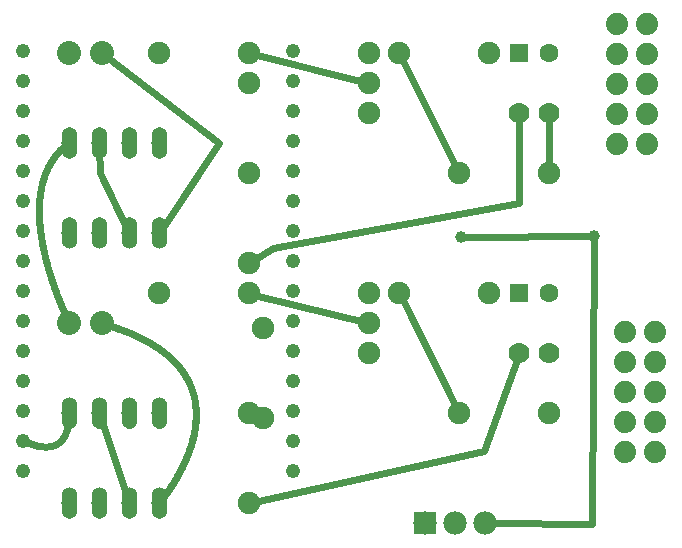
<source format=gtl>
G04 MADE WITH FRITZING*
G04 WWW.FRITZING.ORG*
G04 DOUBLE SIDED*
G04 HOLES PLATED*
G04 CONTOUR ON CENTER OF CONTOUR VECTOR*
%ASAXBY*%
%FSLAX23Y23*%
%MOIN*%
%OFA0B0*%
%SFA1.0B1.0*%
%ADD10C,0.039370*%
%ADD11C,0.074000*%
%ADD12C,0.070000*%
%ADD13C,0.075000*%
%ADD14C,0.062992*%
%ADD15C,0.047859*%
%ADD16C,0.078000*%
%ADD17C,0.052000*%
%ADD18C,0.080000*%
%ADD19R,0.062992X0.062992*%
%ADD20R,0.078000X0.078000*%
%ADD21C,0.024000*%
%ADD22R,0.001000X0.001000*%
%LNCOPPER1*%
G90*
G70*
G54D10*
X2017Y1022D03*
X1576Y1018D03*
G54D11*
X2093Y1727D03*
X2193Y1727D03*
X2093Y1627D03*
X2193Y1627D03*
X2093Y1527D03*
X2193Y1527D03*
X2093Y1427D03*
X2193Y1427D03*
X2093Y1327D03*
X2193Y1327D03*
X2093Y1727D03*
X2193Y1727D03*
X2093Y1627D03*
X2193Y1627D03*
X2093Y1527D03*
X2193Y1527D03*
X2093Y1427D03*
X2193Y1427D03*
X2093Y1327D03*
X2193Y1327D03*
X2122Y701D03*
X2222Y701D03*
X2122Y601D03*
X2222Y601D03*
X2122Y501D03*
X2222Y501D03*
X2122Y401D03*
X2222Y401D03*
X2122Y301D03*
X2222Y301D03*
X2122Y701D03*
X2222Y701D03*
X2122Y601D03*
X2222Y601D03*
X2122Y501D03*
X2222Y501D03*
X2122Y401D03*
X2222Y401D03*
X2122Y301D03*
X2222Y301D03*
G54D12*
X1869Y630D03*
X1769Y630D03*
X1869Y630D03*
X1769Y630D03*
G54D13*
X1269Y1630D03*
X1269Y1530D03*
X1269Y1430D03*
X1269Y1630D03*
X1269Y1530D03*
X1269Y1430D03*
X1269Y830D03*
X1269Y730D03*
X1269Y630D03*
X1269Y830D03*
X1269Y730D03*
X1269Y630D03*
G54D14*
X1769Y830D03*
X1868Y830D03*
X1769Y830D03*
X1868Y830D03*
G54D13*
X913Y714D03*
X913Y414D03*
X913Y714D03*
X913Y414D03*
X569Y830D03*
X869Y830D03*
X569Y830D03*
X869Y830D03*
X869Y430D03*
X869Y130D03*
X869Y430D03*
X869Y130D03*
X1369Y830D03*
X1669Y830D03*
X1369Y830D03*
X1669Y830D03*
X1569Y430D03*
X1869Y430D03*
X1569Y430D03*
X1869Y430D03*
G54D14*
X1769Y1630D03*
X1868Y1630D03*
X1769Y1630D03*
X1868Y1630D03*
G54D13*
X869Y1530D03*
X869Y1230D03*
X869Y1530D03*
X869Y1230D03*
X869Y1230D03*
X869Y930D03*
X869Y1230D03*
X869Y930D03*
X1369Y1630D03*
X1669Y1630D03*
X1369Y1630D03*
X1669Y1630D03*
X569Y1630D03*
X869Y1630D03*
X569Y1630D03*
X869Y1630D03*
X1569Y1230D03*
X1869Y1230D03*
X1569Y1230D03*
X1869Y1230D03*
G54D15*
X1014Y1436D03*
X116Y1636D03*
X116Y1536D03*
X116Y1436D03*
X116Y1336D03*
X116Y1236D03*
X1014Y1536D03*
X1014Y1636D03*
X1014Y1336D03*
X116Y1137D03*
X116Y1037D03*
X116Y937D03*
X116Y837D03*
X116Y737D03*
X116Y637D03*
X116Y538D03*
X116Y438D03*
X116Y338D03*
X116Y238D03*
X1014Y937D03*
X1014Y837D03*
X1014Y737D03*
X1014Y637D03*
X1014Y538D03*
X1014Y438D03*
X1014Y338D03*
X1014Y238D03*
X1014Y1236D03*
X1014Y1137D03*
X1014Y1037D03*
G54D16*
X1455Y63D03*
X1555Y63D03*
X1655Y63D03*
X1455Y63D03*
X1555Y63D03*
X1655Y63D03*
G54D12*
X1869Y1430D03*
X1769Y1430D03*
X1869Y1430D03*
X1769Y1430D03*
G54D17*
X269Y430D03*
X369Y430D03*
X369Y130D03*
X269Y130D03*
X469Y430D03*
X569Y430D03*
X469Y130D03*
X569Y130D03*
X269Y430D03*
X369Y430D03*
X369Y130D03*
X269Y130D03*
X469Y430D03*
X569Y430D03*
X469Y130D03*
X569Y130D03*
X269Y430D03*
X369Y430D03*
X369Y130D03*
X269Y130D03*
X469Y430D03*
X569Y430D03*
X469Y130D03*
X569Y130D03*
X269Y1331D03*
X369Y1331D03*
X369Y1031D03*
X269Y1031D03*
X469Y1331D03*
X569Y1331D03*
X469Y1031D03*
X569Y1031D03*
X269Y1331D03*
X369Y1331D03*
X369Y1031D03*
X269Y1031D03*
X469Y1331D03*
X569Y1331D03*
X469Y1031D03*
X569Y1031D03*
X269Y1331D03*
X369Y1331D03*
X369Y1031D03*
X269Y1031D03*
X469Y1331D03*
X569Y1331D03*
X469Y1031D03*
X569Y1031D03*
G54D18*
X379Y730D03*
X269Y730D03*
X379Y730D03*
X269Y730D03*
X379Y1630D03*
X269Y1630D03*
X379Y1630D03*
X269Y1630D03*
G54D19*
X1769Y830D03*
X1769Y830D03*
X1769Y1630D03*
X1769Y1630D03*
G54D20*
X1455Y63D03*
X1455Y63D03*
G54D21*
X2009Y1022D02*
X1584Y1018D01*
D02*
X2011Y62D02*
X2017Y1014D01*
D02*
X1674Y63D02*
X2011Y62D01*
D02*
X947Y981D02*
X884Y939D01*
D02*
X1769Y1415D02*
X1769Y1130D01*
D02*
X1769Y1130D02*
X947Y981D01*
D02*
X1764Y616D02*
X1651Y304D01*
D02*
X1651Y304D02*
X886Y134D01*
D02*
X1369Y1630D02*
X1352Y1626D01*
D02*
X1561Y1245D02*
X1369Y1630D01*
D02*
X1869Y1429D02*
X1869Y1247D01*
D02*
X1859Y1419D02*
X1869Y1429D01*
D02*
X868Y1630D02*
X1252Y1534D01*
D02*
X852Y1627D02*
X868Y1630D01*
D02*
X369Y1315D02*
X370Y1229D01*
D02*
X370Y1229D02*
X462Y1045D01*
D02*
X578Y1044D02*
X769Y1329D01*
D02*
X769Y1329D02*
X395Y1618D01*
D02*
X353Y431D02*
X369Y430D01*
D02*
X369Y430D02*
X464Y145D01*
D02*
X886Y825D02*
X1269Y729D01*
D02*
X1269Y729D02*
X1258Y717D01*
D02*
X1562Y414D02*
X1569Y429D01*
D02*
X1569Y429D02*
X1377Y814D01*
D02*
X359Y730D02*
X370Y730D01*
D02*
X897Y420D02*
X886Y424D01*
G54D22*
X264Y1382D02*
X275Y1382D01*
X364Y1382D02*
X375Y1382D01*
X464Y1382D02*
X475Y1382D01*
X564Y1382D02*
X575Y1382D01*
X261Y1381D02*
X278Y1381D01*
X361Y1381D02*
X378Y1381D01*
X461Y1381D02*
X478Y1381D01*
X561Y1381D02*
X578Y1381D01*
X259Y1380D02*
X280Y1380D01*
X359Y1380D02*
X380Y1380D01*
X459Y1380D02*
X480Y1380D01*
X559Y1380D02*
X580Y1380D01*
X257Y1379D02*
X282Y1379D01*
X357Y1379D02*
X382Y1379D01*
X457Y1379D02*
X482Y1379D01*
X557Y1379D02*
X582Y1379D01*
X255Y1378D02*
X284Y1378D01*
X355Y1378D02*
X384Y1378D01*
X455Y1378D02*
X484Y1378D01*
X555Y1378D02*
X584Y1378D01*
X254Y1377D02*
X285Y1377D01*
X354Y1377D02*
X385Y1377D01*
X454Y1377D02*
X485Y1377D01*
X554Y1377D02*
X585Y1377D01*
X253Y1376D02*
X286Y1376D01*
X353Y1376D02*
X386Y1376D01*
X453Y1376D02*
X486Y1376D01*
X553Y1376D02*
X586Y1376D01*
X252Y1375D02*
X288Y1375D01*
X352Y1375D02*
X388Y1375D01*
X452Y1375D02*
X487Y1375D01*
X552Y1375D02*
X587Y1375D01*
X251Y1374D02*
X288Y1374D01*
X351Y1374D02*
X388Y1374D01*
X451Y1374D02*
X488Y1374D01*
X551Y1374D02*
X588Y1374D01*
X250Y1373D02*
X289Y1373D01*
X350Y1373D02*
X389Y1373D01*
X450Y1373D02*
X489Y1373D01*
X550Y1373D02*
X589Y1373D01*
X249Y1372D02*
X290Y1372D01*
X349Y1372D02*
X390Y1372D01*
X449Y1372D02*
X490Y1372D01*
X549Y1372D02*
X590Y1372D01*
X249Y1371D02*
X291Y1371D01*
X348Y1371D02*
X391Y1371D01*
X448Y1371D02*
X491Y1371D01*
X548Y1371D02*
X591Y1371D01*
X248Y1370D02*
X291Y1370D01*
X348Y1370D02*
X391Y1370D01*
X448Y1370D02*
X491Y1370D01*
X548Y1370D02*
X591Y1370D01*
X247Y1369D02*
X292Y1369D01*
X347Y1369D02*
X392Y1369D01*
X447Y1369D02*
X492Y1369D01*
X547Y1369D02*
X592Y1369D01*
X247Y1368D02*
X292Y1368D01*
X347Y1368D02*
X392Y1368D01*
X447Y1368D02*
X492Y1368D01*
X547Y1368D02*
X592Y1368D01*
X246Y1367D02*
X293Y1367D01*
X346Y1367D02*
X393Y1367D01*
X446Y1367D02*
X493Y1367D01*
X546Y1367D02*
X593Y1367D01*
X246Y1366D02*
X293Y1366D01*
X346Y1366D02*
X393Y1366D01*
X446Y1366D02*
X493Y1366D01*
X546Y1366D02*
X593Y1366D01*
X246Y1365D02*
X294Y1365D01*
X346Y1365D02*
X394Y1365D01*
X446Y1365D02*
X494Y1365D01*
X545Y1365D02*
X594Y1365D01*
X245Y1364D02*
X294Y1364D01*
X345Y1364D02*
X394Y1364D01*
X445Y1364D02*
X494Y1364D01*
X545Y1364D02*
X594Y1364D01*
X245Y1363D02*
X294Y1363D01*
X345Y1363D02*
X394Y1363D01*
X445Y1363D02*
X494Y1363D01*
X545Y1363D02*
X594Y1363D01*
X245Y1362D02*
X295Y1362D01*
X345Y1362D02*
X395Y1362D01*
X445Y1362D02*
X495Y1362D01*
X545Y1362D02*
X595Y1362D01*
X245Y1361D02*
X295Y1361D01*
X345Y1361D02*
X395Y1361D01*
X445Y1361D02*
X495Y1361D01*
X544Y1361D02*
X595Y1361D01*
X244Y1360D02*
X295Y1360D01*
X344Y1360D02*
X395Y1360D01*
X444Y1360D02*
X495Y1360D01*
X544Y1360D02*
X595Y1360D01*
X244Y1359D02*
X295Y1359D01*
X344Y1359D02*
X395Y1359D01*
X444Y1359D02*
X495Y1359D01*
X544Y1359D02*
X595Y1359D01*
X244Y1358D02*
X295Y1358D01*
X344Y1358D02*
X395Y1358D01*
X444Y1358D02*
X495Y1358D01*
X544Y1358D02*
X595Y1358D01*
X244Y1357D02*
X295Y1357D01*
X344Y1357D02*
X395Y1357D01*
X444Y1357D02*
X495Y1357D01*
X544Y1357D02*
X595Y1357D01*
X244Y1356D02*
X295Y1356D01*
X344Y1356D02*
X395Y1356D01*
X444Y1356D02*
X495Y1356D01*
X544Y1356D02*
X595Y1356D01*
X244Y1355D02*
X295Y1355D01*
X344Y1355D02*
X395Y1355D01*
X444Y1355D02*
X495Y1355D01*
X544Y1355D02*
X595Y1355D01*
X244Y1354D02*
X295Y1354D01*
X344Y1354D02*
X395Y1354D01*
X444Y1354D02*
X495Y1354D01*
X544Y1354D02*
X595Y1354D01*
X244Y1353D02*
X295Y1353D01*
X344Y1353D02*
X395Y1353D01*
X444Y1353D02*
X495Y1353D01*
X544Y1353D02*
X595Y1353D01*
X244Y1352D02*
X295Y1352D01*
X344Y1352D02*
X395Y1352D01*
X444Y1352D02*
X495Y1352D01*
X544Y1352D02*
X595Y1352D01*
X244Y1351D02*
X295Y1351D01*
X344Y1351D02*
X395Y1351D01*
X444Y1351D02*
X495Y1351D01*
X544Y1351D02*
X595Y1351D01*
X244Y1350D02*
X295Y1350D01*
X344Y1350D02*
X395Y1350D01*
X444Y1350D02*
X495Y1350D01*
X544Y1350D02*
X595Y1350D01*
X244Y1349D02*
X295Y1349D01*
X344Y1349D02*
X395Y1349D01*
X444Y1349D02*
X495Y1349D01*
X544Y1349D02*
X595Y1349D01*
X244Y1348D02*
X295Y1348D01*
X344Y1348D02*
X395Y1348D01*
X444Y1348D02*
X495Y1348D01*
X544Y1348D02*
X595Y1348D01*
X244Y1347D02*
X295Y1347D01*
X344Y1347D02*
X395Y1347D01*
X444Y1347D02*
X495Y1347D01*
X544Y1347D02*
X595Y1347D01*
X244Y1346D02*
X265Y1346D01*
X275Y1346D02*
X295Y1346D01*
X344Y1346D02*
X365Y1346D01*
X375Y1346D02*
X395Y1346D01*
X444Y1346D02*
X465Y1346D01*
X474Y1346D02*
X495Y1346D01*
X544Y1346D02*
X565Y1346D01*
X574Y1346D02*
X595Y1346D01*
X244Y1345D02*
X262Y1345D01*
X277Y1345D02*
X295Y1345D01*
X344Y1345D02*
X362Y1345D01*
X377Y1345D02*
X395Y1345D01*
X444Y1345D02*
X462Y1345D01*
X477Y1345D02*
X495Y1345D01*
X544Y1345D02*
X562Y1345D01*
X577Y1345D02*
X595Y1345D01*
X244Y1344D02*
X260Y1344D01*
X279Y1344D02*
X295Y1344D01*
X344Y1344D02*
X360Y1344D01*
X379Y1344D02*
X395Y1344D01*
X444Y1344D02*
X460Y1344D01*
X479Y1344D02*
X495Y1344D01*
X544Y1344D02*
X560Y1344D01*
X579Y1344D02*
X595Y1344D01*
X244Y1343D02*
X259Y1343D01*
X280Y1343D02*
X295Y1343D01*
X344Y1343D02*
X359Y1343D01*
X380Y1343D02*
X395Y1343D01*
X444Y1343D02*
X459Y1343D01*
X480Y1343D02*
X495Y1343D01*
X544Y1343D02*
X559Y1343D01*
X580Y1343D02*
X595Y1343D01*
X244Y1342D02*
X258Y1342D01*
X266Y1342D02*
X273Y1342D01*
X281Y1342D02*
X295Y1342D01*
X344Y1342D02*
X358Y1342D01*
X381Y1342D02*
X395Y1342D01*
X444Y1342D02*
X458Y1342D01*
X481Y1342D02*
X495Y1342D01*
X544Y1342D02*
X558Y1342D01*
X581Y1342D02*
X595Y1342D01*
X244Y1341D02*
X257Y1341D01*
X264Y1341D02*
X275Y1341D01*
X282Y1341D02*
X295Y1341D01*
X344Y1341D02*
X357Y1341D01*
X382Y1341D02*
X395Y1341D01*
X444Y1341D02*
X457Y1341D01*
X482Y1341D02*
X495Y1341D01*
X544Y1341D02*
X557Y1341D01*
X582Y1341D02*
X595Y1341D01*
X244Y1340D02*
X256Y1340D01*
X263Y1340D02*
X277Y1340D01*
X283Y1340D02*
X295Y1340D01*
X344Y1340D02*
X356Y1340D01*
X383Y1340D02*
X395Y1340D01*
X444Y1340D02*
X456Y1340D01*
X483Y1340D02*
X495Y1340D01*
X544Y1340D02*
X556Y1340D01*
X583Y1340D02*
X595Y1340D01*
X244Y1339D02*
X256Y1339D01*
X261Y1339D02*
X278Y1339D01*
X284Y1339D02*
X295Y1339D01*
X344Y1339D02*
X356Y1339D01*
X384Y1339D02*
X395Y1339D01*
X444Y1339D02*
X456Y1339D01*
X484Y1339D02*
X495Y1339D01*
X544Y1339D02*
X556Y1339D01*
X584Y1339D02*
X595Y1339D01*
X244Y1338D02*
X255Y1338D01*
X260Y1338D02*
X279Y1338D01*
X284Y1338D02*
X295Y1338D01*
X344Y1338D02*
X355Y1338D01*
X384Y1338D02*
X395Y1338D01*
X444Y1338D02*
X455Y1338D01*
X484Y1338D02*
X495Y1338D01*
X544Y1338D02*
X555Y1338D01*
X584Y1338D02*
X595Y1338D01*
X244Y1337D02*
X254Y1337D01*
X259Y1337D02*
X279Y1337D01*
X285Y1337D02*
X295Y1337D01*
X344Y1337D02*
X354Y1337D01*
X385Y1337D02*
X395Y1337D01*
X444Y1337D02*
X454Y1337D01*
X485Y1337D02*
X495Y1337D01*
X544Y1337D02*
X554Y1337D01*
X585Y1337D02*
X595Y1337D01*
X244Y1336D02*
X254Y1336D01*
X257Y1336D02*
X280Y1336D01*
X285Y1336D02*
X295Y1336D01*
X344Y1336D02*
X354Y1336D01*
X385Y1336D02*
X395Y1336D01*
X444Y1336D02*
X454Y1336D01*
X485Y1336D02*
X495Y1336D01*
X544Y1336D02*
X554Y1336D01*
X585Y1336D02*
X595Y1336D01*
X244Y1335D02*
X254Y1335D01*
X256Y1335D02*
X280Y1335D01*
X285Y1335D02*
X295Y1335D01*
X344Y1335D02*
X354Y1335D01*
X385Y1335D02*
X395Y1335D01*
X444Y1335D02*
X454Y1335D01*
X485Y1335D02*
X495Y1335D01*
X544Y1335D02*
X554Y1335D01*
X585Y1335D02*
X595Y1335D01*
X244Y1334D02*
X281Y1334D01*
X286Y1334D02*
X295Y1334D01*
X344Y1334D02*
X354Y1334D01*
X386Y1334D02*
X395Y1334D01*
X444Y1334D02*
X453Y1334D01*
X486Y1334D02*
X495Y1334D01*
X544Y1334D02*
X553Y1334D01*
X586Y1334D02*
X595Y1334D01*
X244Y1333D02*
X281Y1333D01*
X286Y1333D02*
X295Y1333D01*
X344Y1333D02*
X353Y1333D01*
X386Y1333D02*
X395Y1333D01*
X444Y1333D02*
X453Y1333D01*
X486Y1333D02*
X495Y1333D01*
X544Y1333D02*
X553Y1333D01*
X586Y1333D02*
X595Y1333D01*
X244Y1332D02*
X281Y1332D01*
X286Y1332D02*
X295Y1332D01*
X344Y1332D02*
X353Y1332D01*
X386Y1332D02*
X395Y1332D01*
X444Y1332D02*
X453Y1332D01*
X486Y1332D02*
X495Y1332D01*
X544Y1332D02*
X553Y1332D01*
X586Y1332D02*
X595Y1332D01*
X244Y1331D02*
X281Y1331D01*
X286Y1331D02*
X295Y1331D01*
X344Y1331D02*
X353Y1331D01*
X386Y1331D02*
X395Y1331D01*
X444Y1331D02*
X453Y1331D01*
X486Y1331D02*
X495Y1331D01*
X544Y1331D02*
X553Y1331D01*
X586Y1331D02*
X595Y1331D01*
X244Y1330D02*
X281Y1330D01*
X286Y1330D02*
X295Y1330D01*
X344Y1330D02*
X353Y1330D01*
X386Y1330D02*
X395Y1330D01*
X444Y1330D02*
X453Y1330D01*
X486Y1330D02*
X495Y1330D01*
X544Y1330D02*
X553Y1330D01*
X586Y1330D02*
X595Y1330D01*
X244Y1329D02*
X281Y1329D01*
X286Y1329D02*
X295Y1329D01*
X344Y1329D02*
X353Y1329D01*
X386Y1329D02*
X395Y1329D01*
X444Y1329D02*
X453Y1329D01*
X486Y1329D02*
X495Y1329D01*
X544Y1329D02*
X553Y1329D01*
X586Y1329D02*
X595Y1329D01*
X244Y1328D02*
X281Y1328D01*
X286Y1328D02*
X295Y1328D01*
X344Y1328D02*
X353Y1328D01*
X386Y1328D02*
X395Y1328D01*
X444Y1328D02*
X453Y1328D01*
X486Y1328D02*
X495Y1328D01*
X544Y1328D02*
X553Y1328D01*
X586Y1328D02*
X595Y1328D01*
X244Y1327D02*
X281Y1327D01*
X286Y1327D02*
X295Y1327D01*
X344Y1327D02*
X354Y1327D01*
X386Y1327D02*
X395Y1327D01*
X444Y1327D02*
X454Y1327D01*
X486Y1327D02*
X495Y1327D01*
X544Y1327D02*
X554Y1327D01*
X586Y1327D02*
X595Y1327D01*
X244Y1326D02*
X280Y1326D01*
X285Y1326D02*
X295Y1326D01*
X344Y1326D02*
X354Y1326D01*
X385Y1326D02*
X395Y1326D01*
X444Y1326D02*
X454Y1326D01*
X485Y1326D02*
X495Y1326D01*
X544Y1326D02*
X554Y1326D01*
X585Y1326D02*
X595Y1326D01*
X244Y1325D02*
X280Y1325D01*
X285Y1325D02*
X295Y1325D01*
X344Y1325D02*
X354Y1325D01*
X385Y1325D02*
X395Y1325D01*
X444Y1325D02*
X454Y1325D01*
X485Y1325D02*
X495Y1325D01*
X544Y1325D02*
X554Y1325D01*
X585Y1325D02*
X595Y1325D01*
X243Y1324D02*
X279Y1324D01*
X285Y1324D02*
X295Y1324D01*
X344Y1324D02*
X355Y1324D01*
X385Y1324D02*
X395Y1324D01*
X444Y1324D02*
X455Y1324D01*
X485Y1324D02*
X495Y1324D01*
X544Y1324D02*
X555Y1324D01*
X585Y1324D02*
X595Y1324D01*
X242Y1323D02*
X278Y1323D01*
X284Y1323D02*
X295Y1323D01*
X344Y1323D02*
X355Y1323D01*
X384Y1323D02*
X395Y1323D01*
X444Y1323D02*
X455Y1323D01*
X484Y1323D02*
X495Y1323D01*
X544Y1323D02*
X555Y1323D01*
X584Y1323D02*
X595Y1323D01*
X241Y1322D02*
X277Y1322D01*
X284Y1322D02*
X295Y1322D01*
X344Y1322D02*
X356Y1322D01*
X384Y1322D02*
X395Y1322D01*
X444Y1322D02*
X456Y1322D01*
X484Y1322D02*
X495Y1322D01*
X544Y1322D02*
X556Y1322D01*
X583Y1322D02*
X595Y1322D01*
X240Y1321D02*
X276Y1321D01*
X283Y1321D02*
X295Y1321D01*
X344Y1321D02*
X356Y1321D01*
X383Y1321D02*
X395Y1321D01*
X444Y1321D02*
X456Y1321D01*
X483Y1321D02*
X495Y1321D01*
X544Y1321D02*
X556Y1321D01*
X583Y1321D02*
X595Y1321D01*
X239Y1320D02*
X275Y1320D01*
X282Y1320D02*
X295Y1320D01*
X344Y1320D02*
X357Y1320D01*
X382Y1320D02*
X395Y1320D01*
X444Y1320D02*
X457Y1320D01*
X482Y1320D02*
X495Y1320D01*
X544Y1320D02*
X557Y1320D01*
X582Y1320D02*
X595Y1320D01*
X237Y1319D02*
X274Y1319D01*
X281Y1319D02*
X295Y1319D01*
X344Y1319D02*
X358Y1319D01*
X381Y1319D02*
X395Y1319D01*
X444Y1319D02*
X458Y1319D01*
X481Y1319D02*
X495Y1319D01*
X544Y1319D02*
X558Y1319D01*
X581Y1319D02*
X595Y1319D01*
X236Y1318D02*
X272Y1318D01*
X280Y1318D02*
X295Y1318D01*
X344Y1318D02*
X360Y1318D01*
X380Y1318D02*
X395Y1318D01*
X444Y1318D02*
X459Y1318D01*
X480Y1318D02*
X495Y1318D01*
X544Y1318D02*
X559Y1318D01*
X580Y1318D02*
X595Y1318D01*
X235Y1317D02*
X271Y1317D01*
X278Y1317D02*
X295Y1317D01*
X344Y1317D02*
X361Y1317D01*
X378Y1317D02*
X395Y1317D01*
X444Y1317D02*
X461Y1317D01*
X478Y1317D02*
X495Y1317D01*
X544Y1317D02*
X561Y1317D01*
X578Y1317D02*
X595Y1317D01*
X234Y1316D02*
X270Y1316D01*
X276Y1316D02*
X295Y1316D01*
X344Y1316D02*
X363Y1316D01*
X376Y1316D02*
X395Y1316D01*
X444Y1316D02*
X463Y1316D01*
X476Y1316D02*
X495Y1316D01*
X544Y1316D02*
X563Y1316D01*
X576Y1316D02*
X595Y1316D01*
X233Y1315D02*
X268Y1315D01*
X273Y1315D02*
X295Y1315D01*
X344Y1315D02*
X366Y1315D01*
X373Y1315D02*
X395Y1315D01*
X444Y1315D02*
X466Y1315D01*
X473Y1315D02*
X495Y1315D01*
X544Y1315D02*
X566Y1315D01*
X573Y1315D02*
X595Y1315D01*
X232Y1314D02*
X295Y1314D01*
X344Y1314D02*
X395Y1314D01*
X444Y1314D02*
X495Y1314D01*
X544Y1314D02*
X595Y1314D01*
X231Y1313D02*
X295Y1313D01*
X344Y1313D02*
X395Y1313D01*
X444Y1313D02*
X495Y1313D01*
X544Y1313D02*
X595Y1313D01*
X230Y1312D02*
X295Y1312D01*
X344Y1312D02*
X395Y1312D01*
X444Y1312D02*
X495Y1312D01*
X544Y1312D02*
X595Y1312D01*
X229Y1311D02*
X295Y1311D01*
X344Y1311D02*
X395Y1311D01*
X444Y1311D02*
X495Y1311D01*
X544Y1311D02*
X595Y1311D01*
X229Y1310D02*
X295Y1310D01*
X344Y1310D02*
X395Y1310D01*
X444Y1310D02*
X495Y1310D01*
X544Y1310D02*
X595Y1310D01*
X228Y1309D02*
X295Y1309D01*
X344Y1309D02*
X395Y1309D01*
X444Y1309D02*
X495Y1309D01*
X544Y1309D02*
X595Y1309D01*
X227Y1308D02*
X295Y1308D01*
X344Y1308D02*
X395Y1308D01*
X444Y1308D02*
X495Y1308D01*
X544Y1308D02*
X595Y1308D01*
X226Y1307D02*
X295Y1307D01*
X344Y1307D02*
X395Y1307D01*
X444Y1307D02*
X495Y1307D01*
X544Y1307D02*
X595Y1307D01*
X225Y1306D02*
X295Y1306D01*
X344Y1306D02*
X395Y1306D01*
X444Y1306D02*
X495Y1306D01*
X544Y1306D02*
X595Y1306D01*
X224Y1305D02*
X295Y1305D01*
X344Y1305D02*
X395Y1305D01*
X444Y1305D02*
X495Y1305D01*
X544Y1305D02*
X595Y1305D01*
X223Y1304D02*
X295Y1304D01*
X344Y1304D02*
X395Y1304D01*
X444Y1304D02*
X495Y1304D01*
X544Y1304D02*
X595Y1304D01*
X222Y1303D02*
X295Y1303D01*
X344Y1303D02*
X395Y1303D01*
X444Y1303D02*
X495Y1303D01*
X544Y1303D02*
X595Y1303D01*
X221Y1302D02*
X295Y1302D01*
X344Y1302D02*
X395Y1302D01*
X444Y1302D02*
X495Y1302D01*
X544Y1302D02*
X595Y1302D01*
X221Y1301D02*
X295Y1301D01*
X344Y1301D02*
X395Y1301D01*
X444Y1301D02*
X495Y1301D01*
X544Y1301D02*
X595Y1301D01*
X220Y1300D02*
X295Y1300D01*
X345Y1300D02*
X395Y1300D01*
X445Y1300D02*
X495Y1300D01*
X545Y1300D02*
X595Y1300D01*
X219Y1299D02*
X295Y1299D01*
X345Y1299D02*
X394Y1299D01*
X445Y1299D02*
X494Y1299D01*
X545Y1299D02*
X594Y1299D01*
X218Y1298D02*
X294Y1298D01*
X345Y1298D02*
X394Y1298D01*
X445Y1298D02*
X494Y1298D01*
X545Y1298D02*
X594Y1298D01*
X217Y1297D02*
X294Y1297D01*
X345Y1297D02*
X394Y1297D01*
X445Y1297D02*
X494Y1297D01*
X545Y1297D02*
X594Y1297D01*
X216Y1296D02*
X294Y1296D01*
X346Y1296D02*
X394Y1296D01*
X446Y1296D02*
X494Y1296D01*
X546Y1296D02*
X594Y1296D01*
X216Y1295D02*
X293Y1295D01*
X346Y1295D02*
X393Y1295D01*
X446Y1295D02*
X493Y1295D01*
X546Y1295D02*
X593Y1295D01*
X215Y1294D02*
X245Y1294D01*
X247Y1294D02*
X293Y1294D01*
X346Y1294D02*
X393Y1294D01*
X446Y1294D02*
X493Y1294D01*
X546Y1294D02*
X593Y1294D01*
X214Y1293D02*
X244Y1293D01*
X247Y1293D02*
X292Y1293D01*
X347Y1293D02*
X392Y1293D01*
X447Y1293D02*
X492Y1293D01*
X547Y1293D02*
X592Y1293D01*
X213Y1292D02*
X244Y1292D01*
X248Y1292D02*
X292Y1292D01*
X348Y1292D02*
X392Y1292D01*
X448Y1292D02*
X492Y1292D01*
X548Y1292D02*
X592Y1292D01*
X213Y1291D02*
X243Y1291D01*
X248Y1291D02*
X291Y1291D01*
X348Y1291D02*
X391Y1291D01*
X448Y1291D02*
X491Y1291D01*
X548Y1291D02*
X591Y1291D01*
X212Y1290D02*
X242Y1290D01*
X249Y1290D02*
X291Y1290D01*
X349Y1290D02*
X391Y1290D01*
X449Y1290D02*
X491Y1290D01*
X549Y1290D02*
X591Y1290D01*
X211Y1289D02*
X241Y1289D01*
X250Y1289D02*
X290Y1289D01*
X350Y1289D02*
X390Y1289D01*
X450Y1289D02*
X490Y1289D01*
X549Y1289D02*
X590Y1289D01*
X210Y1288D02*
X240Y1288D01*
X250Y1288D02*
X289Y1288D01*
X350Y1288D02*
X389Y1288D01*
X450Y1288D02*
X489Y1288D01*
X550Y1288D02*
X589Y1288D01*
X210Y1287D02*
X239Y1287D01*
X251Y1287D02*
X288Y1287D01*
X351Y1287D02*
X388Y1287D01*
X451Y1287D02*
X488Y1287D01*
X551Y1287D02*
X588Y1287D01*
X209Y1286D02*
X238Y1286D01*
X252Y1286D02*
X287Y1286D01*
X352Y1286D02*
X387Y1286D01*
X452Y1286D02*
X487Y1286D01*
X552Y1286D02*
X587Y1286D01*
X208Y1285D02*
X237Y1285D01*
X253Y1285D02*
X286Y1285D01*
X353Y1285D02*
X386Y1285D01*
X453Y1285D02*
X486Y1285D01*
X553Y1285D02*
X586Y1285D01*
X207Y1284D02*
X237Y1284D01*
X255Y1284D02*
X285Y1284D01*
X355Y1284D02*
X385Y1284D01*
X455Y1284D02*
X485Y1284D01*
X555Y1284D02*
X585Y1284D01*
X207Y1283D02*
X236Y1283D01*
X256Y1283D02*
X283Y1283D01*
X356Y1283D02*
X383Y1283D01*
X456Y1283D02*
X483Y1283D01*
X556Y1283D02*
X583Y1283D01*
X206Y1282D02*
X235Y1282D01*
X258Y1282D02*
X282Y1282D01*
X358Y1282D02*
X382Y1282D01*
X458Y1282D02*
X482Y1282D01*
X558Y1282D02*
X582Y1282D01*
X205Y1281D02*
X234Y1281D01*
X260Y1281D02*
X280Y1281D01*
X360Y1281D02*
X380Y1281D01*
X460Y1281D02*
X480Y1281D01*
X560Y1281D02*
X580Y1281D01*
X205Y1280D02*
X233Y1280D01*
X262Y1280D02*
X277Y1280D01*
X362Y1280D02*
X377Y1280D01*
X462Y1280D02*
X477Y1280D01*
X562Y1280D02*
X577Y1280D01*
X204Y1279D02*
X232Y1279D01*
X266Y1279D02*
X273Y1279D01*
X366Y1279D02*
X373Y1279D01*
X466Y1279D02*
X473Y1279D01*
X566Y1279D02*
X573Y1279D01*
X203Y1278D02*
X232Y1278D01*
X203Y1277D02*
X231Y1277D01*
X202Y1276D02*
X230Y1276D01*
X201Y1275D02*
X230Y1275D01*
X201Y1274D02*
X229Y1274D01*
X200Y1273D02*
X228Y1273D01*
X200Y1272D02*
X227Y1272D01*
X199Y1271D02*
X227Y1271D01*
X198Y1270D02*
X226Y1270D01*
X198Y1269D02*
X225Y1269D01*
X197Y1268D02*
X225Y1268D01*
X197Y1267D02*
X224Y1267D01*
X196Y1266D02*
X223Y1266D01*
X195Y1265D02*
X223Y1265D01*
X195Y1264D02*
X222Y1264D01*
X194Y1263D02*
X221Y1263D01*
X194Y1262D02*
X221Y1262D01*
X193Y1261D02*
X220Y1261D01*
X193Y1260D02*
X219Y1260D01*
X192Y1259D02*
X219Y1259D01*
X192Y1258D02*
X218Y1258D01*
X191Y1257D02*
X218Y1257D01*
X191Y1256D02*
X217Y1256D01*
X190Y1255D02*
X216Y1255D01*
X190Y1254D02*
X216Y1254D01*
X189Y1253D02*
X215Y1253D01*
X189Y1252D02*
X215Y1252D01*
X188Y1251D02*
X214Y1251D01*
X188Y1250D02*
X213Y1250D01*
X187Y1249D02*
X213Y1249D01*
X187Y1248D02*
X212Y1248D01*
X186Y1247D02*
X212Y1247D01*
X186Y1246D02*
X211Y1246D01*
X185Y1245D02*
X211Y1245D01*
X185Y1244D02*
X210Y1244D01*
X184Y1243D02*
X210Y1243D01*
X184Y1242D02*
X209Y1242D01*
X184Y1241D02*
X209Y1241D01*
X183Y1240D02*
X208Y1240D01*
X183Y1239D02*
X208Y1239D01*
X182Y1238D02*
X207Y1238D01*
X182Y1237D02*
X207Y1237D01*
X182Y1236D02*
X207Y1236D01*
X181Y1235D02*
X206Y1235D01*
X181Y1234D02*
X206Y1234D01*
X180Y1233D02*
X205Y1233D01*
X180Y1232D02*
X205Y1232D01*
X180Y1231D02*
X204Y1231D01*
X179Y1230D02*
X204Y1230D01*
X179Y1229D02*
X203Y1229D01*
X178Y1228D02*
X203Y1228D01*
X178Y1227D02*
X203Y1227D01*
X178Y1226D02*
X202Y1226D01*
X177Y1225D02*
X202Y1225D01*
X177Y1224D02*
X201Y1224D01*
X177Y1223D02*
X201Y1223D01*
X176Y1222D02*
X201Y1222D01*
X176Y1221D02*
X200Y1221D01*
X176Y1220D02*
X200Y1220D01*
X175Y1219D02*
X199Y1219D01*
X175Y1218D02*
X199Y1218D01*
X175Y1217D02*
X199Y1217D01*
X174Y1216D02*
X198Y1216D01*
X174Y1215D02*
X198Y1215D01*
X174Y1214D02*
X198Y1214D01*
X173Y1213D02*
X197Y1213D01*
X173Y1212D02*
X197Y1212D01*
X173Y1211D02*
X197Y1211D01*
X172Y1210D02*
X196Y1210D01*
X172Y1209D02*
X196Y1209D01*
X172Y1208D02*
X196Y1208D01*
X172Y1207D02*
X195Y1207D01*
X171Y1206D02*
X195Y1206D01*
X171Y1205D02*
X195Y1205D01*
X171Y1204D02*
X194Y1204D01*
X170Y1203D02*
X194Y1203D01*
X170Y1202D02*
X194Y1202D01*
X170Y1201D02*
X193Y1201D01*
X170Y1200D02*
X193Y1200D01*
X169Y1199D02*
X193Y1199D01*
X169Y1198D02*
X193Y1198D01*
X169Y1197D02*
X192Y1197D01*
X169Y1196D02*
X192Y1196D01*
X168Y1195D02*
X192Y1195D01*
X168Y1194D02*
X192Y1194D01*
X168Y1193D02*
X191Y1193D01*
X168Y1192D02*
X191Y1192D01*
X167Y1191D02*
X191Y1191D01*
X167Y1190D02*
X191Y1190D01*
X167Y1189D02*
X190Y1189D01*
X167Y1188D02*
X190Y1188D01*
X167Y1187D02*
X190Y1187D01*
X166Y1186D02*
X190Y1186D01*
X166Y1185D02*
X189Y1185D01*
X166Y1184D02*
X189Y1184D01*
X166Y1183D02*
X189Y1183D01*
X166Y1182D02*
X189Y1182D01*
X165Y1181D02*
X188Y1181D01*
X165Y1180D02*
X188Y1180D01*
X165Y1179D02*
X188Y1179D01*
X165Y1178D02*
X188Y1178D01*
X165Y1177D02*
X188Y1177D01*
X164Y1176D02*
X187Y1176D01*
X164Y1175D02*
X187Y1175D01*
X164Y1174D02*
X187Y1174D01*
X164Y1173D02*
X187Y1173D01*
X164Y1172D02*
X187Y1172D01*
X164Y1171D02*
X186Y1171D01*
X163Y1170D02*
X186Y1170D01*
X163Y1169D02*
X186Y1169D01*
X163Y1168D02*
X186Y1168D01*
X163Y1167D02*
X186Y1167D01*
X163Y1166D02*
X186Y1166D01*
X163Y1165D02*
X185Y1165D01*
X162Y1164D02*
X185Y1164D01*
X162Y1163D02*
X185Y1163D01*
X162Y1162D02*
X185Y1162D01*
X162Y1161D02*
X185Y1161D01*
X162Y1160D02*
X185Y1160D01*
X162Y1159D02*
X184Y1159D01*
X162Y1158D02*
X184Y1158D01*
X162Y1157D02*
X184Y1157D01*
X161Y1156D02*
X184Y1156D01*
X161Y1155D02*
X184Y1155D01*
X161Y1154D02*
X184Y1154D01*
X161Y1153D02*
X184Y1153D01*
X161Y1152D02*
X183Y1152D01*
X161Y1151D02*
X183Y1151D01*
X161Y1150D02*
X183Y1150D01*
X161Y1149D02*
X183Y1149D01*
X160Y1148D02*
X183Y1148D01*
X160Y1147D02*
X183Y1147D01*
X160Y1146D02*
X183Y1146D01*
X160Y1145D02*
X183Y1145D01*
X160Y1144D02*
X183Y1144D01*
X160Y1143D02*
X183Y1143D01*
X160Y1142D02*
X182Y1142D01*
X160Y1141D02*
X182Y1141D01*
X160Y1140D02*
X182Y1140D01*
X160Y1139D02*
X182Y1139D01*
X160Y1138D02*
X182Y1138D01*
X159Y1137D02*
X182Y1137D01*
X159Y1136D02*
X182Y1136D01*
X159Y1135D02*
X182Y1135D01*
X159Y1134D02*
X182Y1134D01*
X159Y1133D02*
X182Y1133D01*
X159Y1132D02*
X182Y1132D01*
X159Y1131D02*
X182Y1131D01*
X159Y1130D02*
X181Y1130D01*
X159Y1129D02*
X181Y1129D01*
X159Y1128D02*
X181Y1128D01*
X159Y1127D02*
X181Y1127D01*
X159Y1126D02*
X181Y1126D01*
X159Y1125D02*
X181Y1125D01*
X159Y1124D02*
X181Y1124D01*
X159Y1123D02*
X181Y1123D01*
X159Y1122D02*
X181Y1122D01*
X159Y1121D02*
X181Y1121D01*
X159Y1120D02*
X181Y1120D01*
X159Y1119D02*
X181Y1119D01*
X158Y1118D02*
X181Y1118D01*
X158Y1117D02*
X181Y1117D01*
X158Y1116D02*
X181Y1116D01*
X158Y1115D02*
X181Y1115D01*
X158Y1114D02*
X181Y1114D01*
X158Y1113D02*
X181Y1113D01*
X158Y1112D02*
X181Y1112D01*
X158Y1111D02*
X181Y1111D01*
X158Y1110D02*
X181Y1110D01*
X158Y1109D02*
X181Y1109D01*
X158Y1108D02*
X181Y1108D01*
X158Y1107D02*
X181Y1107D01*
X158Y1106D02*
X181Y1106D01*
X158Y1105D02*
X181Y1105D01*
X158Y1104D02*
X181Y1104D01*
X158Y1103D02*
X181Y1103D01*
X158Y1102D02*
X181Y1102D01*
X158Y1101D02*
X181Y1101D01*
X158Y1100D02*
X181Y1100D01*
X158Y1099D02*
X181Y1099D01*
X158Y1098D02*
X181Y1098D01*
X158Y1097D02*
X181Y1097D01*
X158Y1096D02*
X181Y1096D01*
X158Y1095D02*
X181Y1095D01*
X158Y1094D02*
X181Y1094D01*
X158Y1093D02*
X181Y1093D01*
X158Y1092D02*
X181Y1092D01*
X158Y1091D02*
X181Y1091D01*
X158Y1090D02*
X181Y1090D01*
X158Y1089D02*
X181Y1089D01*
X158Y1088D02*
X181Y1088D01*
X158Y1087D02*
X181Y1087D01*
X159Y1086D02*
X181Y1086D01*
X159Y1085D02*
X181Y1085D01*
X159Y1084D02*
X181Y1084D01*
X159Y1083D02*
X181Y1083D01*
X159Y1082D02*
X181Y1082D01*
X264Y1082D02*
X275Y1082D01*
X364Y1082D02*
X375Y1082D01*
X464Y1082D02*
X475Y1082D01*
X564Y1082D02*
X575Y1082D01*
X159Y1081D02*
X181Y1081D01*
X261Y1081D02*
X279Y1081D01*
X361Y1081D02*
X379Y1081D01*
X461Y1081D02*
X479Y1081D01*
X561Y1081D02*
X579Y1081D01*
X159Y1080D02*
X181Y1080D01*
X259Y1080D02*
X281Y1080D01*
X359Y1080D02*
X381Y1080D01*
X459Y1080D02*
X481Y1080D01*
X559Y1080D02*
X581Y1080D01*
X159Y1079D02*
X181Y1079D01*
X257Y1079D02*
X282Y1079D01*
X357Y1079D02*
X382Y1079D01*
X457Y1079D02*
X482Y1079D01*
X557Y1079D02*
X582Y1079D01*
X159Y1078D02*
X181Y1078D01*
X255Y1078D02*
X284Y1078D01*
X355Y1078D02*
X384Y1078D01*
X455Y1078D02*
X484Y1078D01*
X555Y1078D02*
X584Y1078D01*
X159Y1077D02*
X181Y1077D01*
X254Y1077D02*
X285Y1077D01*
X354Y1077D02*
X385Y1077D01*
X454Y1077D02*
X485Y1077D01*
X554Y1077D02*
X585Y1077D01*
X159Y1076D02*
X181Y1076D01*
X253Y1076D02*
X287Y1076D01*
X353Y1076D02*
X387Y1076D01*
X453Y1076D02*
X486Y1076D01*
X553Y1076D02*
X586Y1076D01*
X159Y1075D02*
X181Y1075D01*
X252Y1075D02*
X288Y1075D01*
X352Y1075D02*
X388Y1075D01*
X452Y1075D02*
X488Y1075D01*
X552Y1075D02*
X588Y1075D01*
X159Y1074D02*
X181Y1074D01*
X251Y1074D02*
X288Y1074D01*
X351Y1074D02*
X388Y1074D01*
X451Y1074D02*
X488Y1074D01*
X551Y1074D02*
X588Y1074D01*
X159Y1073D02*
X182Y1073D01*
X250Y1073D02*
X289Y1073D01*
X350Y1073D02*
X389Y1073D01*
X450Y1073D02*
X489Y1073D01*
X550Y1073D02*
X589Y1073D01*
X159Y1072D02*
X182Y1072D01*
X249Y1072D02*
X290Y1072D01*
X349Y1072D02*
X390Y1072D01*
X449Y1072D02*
X490Y1072D01*
X549Y1072D02*
X590Y1072D01*
X159Y1071D02*
X182Y1071D01*
X248Y1071D02*
X291Y1071D01*
X348Y1071D02*
X391Y1071D01*
X448Y1071D02*
X491Y1071D01*
X548Y1071D02*
X591Y1071D01*
X159Y1070D02*
X182Y1070D01*
X248Y1070D02*
X291Y1070D01*
X348Y1070D02*
X391Y1070D01*
X448Y1070D02*
X491Y1070D01*
X548Y1070D02*
X591Y1070D01*
X159Y1069D02*
X182Y1069D01*
X247Y1069D02*
X292Y1069D01*
X347Y1069D02*
X392Y1069D01*
X447Y1069D02*
X492Y1069D01*
X547Y1069D02*
X592Y1069D01*
X159Y1068D02*
X182Y1068D01*
X247Y1068D02*
X293Y1068D01*
X347Y1068D02*
X392Y1068D01*
X447Y1068D02*
X492Y1068D01*
X547Y1068D02*
X592Y1068D01*
X159Y1067D02*
X182Y1067D01*
X246Y1067D02*
X293Y1067D01*
X346Y1067D02*
X393Y1067D01*
X446Y1067D02*
X493Y1067D01*
X546Y1067D02*
X593Y1067D01*
X160Y1066D02*
X182Y1066D01*
X246Y1066D02*
X293Y1066D01*
X346Y1066D02*
X393Y1066D01*
X446Y1066D02*
X493Y1066D01*
X546Y1066D02*
X593Y1066D01*
X160Y1065D02*
X182Y1065D01*
X246Y1065D02*
X294Y1065D01*
X345Y1065D02*
X394Y1065D01*
X445Y1065D02*
X494Y1065D01*
X545Y1065D02*
X594Y1065D01*
X160Y1064D02*
X182Y1064D01*
X245Y1064D02*
X294Y1064D01*
X345Y1064D02*
X394Y1064D01*
X445Y1064D02*
X494Y1064D01*
X545Y1064D02*
X594Y1064D01*
X160Y1063D02*
X182Y1063D01*
X245Y1063D02*
X294Y1063D01*
X345Y1063D02*
X394Y1063D01*
X445Y1063D02*
X494Y1063D01*
X545Y1063D02*
X594Y1063D01*
X160Y1062D02*
X182Y1062D01*
X245Y1062D02*
X295Y1062D01*
X345Y1062D02*
X395Y1062D01*
X445Y1062D02*
X495Y1062D01*
X545Y1062D02*
X595Y1062D01*
X160Y1061D02*
X182Y1061D01*
X245Y1061D02*
X295Y1061D01*
X345Y1061D02*
X395Y1061D01*
X445Y1061D02*
X495Y1061D01*
X544Y1061D02*
X595Y1061D01*
X160Y1060D02*
X182Y1060D01*
X244Y1060D02*
X295Y1060D01*
X344Y1060D02*
X395Y1060D01*
X444Y1060D02*
X495Y1060D01*
X544Y1060D02*
X595Y1060D01*
X160Y1059D02*
X183Y1059D01*
X244Y1059D02*
X295Y1059D01*
X344Y1059D02*
X395Y1059D01*
X444Y1059D02*
X495Y1059D01*
X544Y1059D02*
X595Y1059D01*
X160Y1058D02*
X183Y1058D01*
X244Y1058D02*
X295Y1058D01*
X344Y1058D02*
X395Y1058D01*
X444Y1058D02*
X495Y1058D01*
X544Y1058D02*
X595Y1058D01*
X160Y1057D02*
X183Y1057D01*
X244Y1057D02*
X295Y1057D01*
X344Y1057D02*
X395Y1057D01*
X444Y1057D02*
X495Y1057D01*
X544Y1057D02*
X595Y1057D01*
X160Y1056D02*
X183Y1056D01*
X244Y1056D02*
X295Y1056D01*
X344Y1056D02*
X395Y1056D01*
X444Y1056D02*
X495Y1056D01*
X544Y1056D02*
X595Y1056D01*
X160Y1055D02*
X183Y1055D01*
X244Y1055D02*
X295Y1055D01*
X344Y1055D02*
X395Y1055D01*
X444Y1055D02*
X495Y1055D01*
X544Y1055D02*
X595Y1055D01*
X161Y1054D02*
X183Y1054D01*
X244Y1054D02*
X295Y1054D01*
X344Y1054D02*
X395Y1054D01*
X444Y1054D02*
X495Y1054D01*
X544Y1054D02*
X595Y1054D01*
X161Y1053D02*
X183Y1053D01*
X244Y1053D02*
X295Y1053D01*
X344Y1053D02*
X395Y1053D01*
X444Y1053D02*
X495Y1053D01*
X544Y1053D02*
X595Y1053D01*
X161Y1052D02*
X183Y1052D01*
X244Y1052D02*
X295Y1052D01*
X344Y1052D02*
X395Y1052D01*
X444Y1052D02*
X495Y1052D01*
X544Y1052D02*
X595Y1052D01*
X161Y1051D02*
X183Y1051D01*
X244Y1051D02*
X295Y1051D01*
X344Y1051D02*
X395Y1051D01*
X444Y1051D02*
X495Y1051D01*
X544Y1051D02*
X595Y1051D01*
X161Y1050D02*
X183Y1050D01*
X244Y1050D02*
X295Y1050D01*
X344Y1050D02*
X395Y1050D01*
X444Y1050D02*
X495Y1050D01*
X544Y1050D02*
X595Y1050D01*
X161Y1049D02*
X183Y1049D01*
X244Y1049D02*
X295Y1049D01*
X344Y1049D02*
X395Y1049D01*
X444Y1049D02*
X495Y1049D01*
X544Y1049D02*
X595Y1049D01*
X161Y1048D02*
X184Y1048D01*
X244Y1048D02*
X295Y1048D01*
X344Y1048D02*
X395Y1048D01*
X444Y1048D02*
X495Y1048D01*
X544Y1048D02*
X595Y1048D01*
X161Y1047D02*
X184Y1047D01*
X244Y1047D02*
X295Y1047D01*
X344Y1047D02*
X395Y1047D01*
X444Y1047D02*
X495Y1047D01*
X544Y1047D02*
X595Y1047D01*
X161Y1046D02*
X184Y1046D01*
X244Y1046D02*
X264Y1046D01*
X275Y1046D02*
X295Y1046D01*
X344Y1046D02*
X364Y1046D01*
X375Y1046D02*
X395Y1046D01*
X444Y1046D02*
X464Y1046D01*
X475Y1046D02*
X495Y1046D01*
X544Y1046D02*
X564Y1046D01*
X575Y1046D02*
X595Y1046D01*
X161Y1045D02*
X184Y1045D01*
X244Y1045D02*
X262Y1045D01*
X277Y1045D02*
X295Y1045D01*
X344Y1045D02*
X362Y1045D01*
X377Y1045D02*
X395Y1045D01*
X444Y1045D02*
X462Y1045D01*
X477Y1045D02*
X495Y1045D01*
X544Y1045D02*
X562Y1045D01*
X577Y1045D02*
X595Y1045D01*
X161Y1044D02*
X184Y1044D01*
X244Y1044D02*
X260Y1044D01*
X279Y1044D02*
X295Y1044D01*
X344Y1044D02*
X360Y1044D01*
X379Y1044D02*
X395Y1044D01*
X444Y1044D02*
X460Y1044D01*
X479Y1044D02*
X495Y1044D01*
X544Y1044D02*
X560Y1044D01*
X579Y1044D02*
X595Y1044D01*
X162Y1043D02*
X184Y1043D01*
X244Y1043D02*
X259Y1043D01*
X280Y1043D02*
X295Y1043D01*
X344Y1043D02*
X359Y1043D01*
X380Y1043D02*
X395Y1043D01*
X444Y1043D02*
X459Y1043D01*
X480Y1043D02*
X495Y1043D01*
X544Y1043D02*
X559Y1043D01*
X580Y1043D02*
X595Y1043D01*
X162Y1042D02*
X184Y1042D01*
X244Y1042D02*
X258Y1042D01*
X282Y1042D02*
X295Y1042D01*
X344Y1042D02*
X358Y1042D01*
X382Y1042D02*
X395Y1042D01*
X444Y1042D02*
X458Y1042D01*
X481Y1042D02*
X495Y1042D01*
X544Y1042D02*
X558Y1042D01*
X581Y1042D02*
X595Y1042D01*
X162Y1041D02*
X184Y1041D01*
X244Y1041D02*
X257Y1041D01*
X282Y1041D02*
X295Y1041D01*
X344Y1041D02*
X357Y1041D01*
X382Y1041D02*
X395Y1041D01*
X444Y1041D02*
X457Y1041D01*
X482Y1041D02*
X495Y1041D01*
X544Y1041D02*
X557Y1041D01*
X582Y1041D02*
X595Y1041D01*
X162Y1040D02*
X184Y1040D01*
X244Y1040D02*
X256Y1040D01*
X283Y1040D02*
X295Y1040D01*
X344Y1040D02*
X356Y1040D01*
X383Y1040D02*
X395Y1040D01*
X444Y1040D02*
X456Y1040D01*
X483Y1040D02*
X495Y1040D01*
X544Y1040D02*
X556Y1040D01*
X583Y1040D02*
X595Y1040D01*
X162Y1039D02*
X185Y1039D01*
X244Y1039D02*
X255Y1039D01*
X284Y1039D02*
X295Y1039D01*
X344Y1039D02*
X355Y1039D01*
X384Y1039D02*
X395Y1039D01*
X444Y1039D02*
X455Y1039D01*
X484Y1039D02*
X495Y1039D01*
X544Y1039D02*
X555Y1039D01*
X584Y1039D02*
X595Y1039D01*
X162Y1038D02*
X185Y1038D01*
X244Y1038D02*
X255Y1038D01*
X284Y1038D02*
X295Y1038D01*
X344Y1038D02*
X355Y1038D01*
X384Y1038D02*
X395Y1038D01*
X444Y1038D02*
X455Y1038D01*
X484Y1038D02*
X495Y1038D01*
X544Y1038D02*
X555Y1038D01*
X584Y1038D02*
X595Y1038D01*
X162Y1037D02*
X185Y1037D01*
X244Y1037D02*
X254Y1037D01*
X285Y1037D02*
X295Y1037D01*
X344Y1037D02*
X354Y1037D01*
X385Y1037D02*
X395Y1037D01*
X444Y1037D02*
X454Y1037D01*
X485Y1037D02*
X495Y1037D01*
X544Y1037D02*
X554Y1037D01*
X585Y1037D02*
X595Y1037D01*
X162Y1036D02*
X185Y1036D01*
X244Y1036D02*
X254Y1036D01*
X285Y1036D02*
X295Y1036D01*
X344Y1036D02*
X354Y1036D01*
X385Y1036D02*
X395Y1036D01*
X444Y1036D02*
X454Y1036D01*
X485Y1036D02*
X495Y1036D01*
X544Y1036D02*
X554Y1036D01*
X585Y1036D02*
X595Y1036D01*
X163Y1035D02*
X185Y1035D01*
X244Y1035D02*
X254Y1035D01*
X286Y1035D02*
X295Y1035D01*
X344Y1035D02*
X354Y1035D01*
X386Y1035D02*
X395Y1035D01*
X444Y1035D02*
X454Y1035D01*
X485Y1035D02*
X495Y1035D01*
X544Y1035D02*
X554Y1035D01*
X585Y1035D02*
X595Y1035D01*
X163Y1034D02*
X185Y1034D01*
X244Y1034D02*
X254Y1034D01*
X286Y1034D02*
X295Y1034D01*
X344Y1034D02*
X353Y1034D01*
X386Y1034D02*
X395Y1034D01*
X444Y1034D02*
X453Y1034D01*
X486Y1034D02*
X495Y1034D01*
X544Y1034D02*
X553Y1034D01*
X586Y1034D02*
X595Y1034D01*
X163Y1033D02*
X185Y1033D01*
X244Y1033D02*
X253Y1033D01*
X286Y1033D02*
X295Y1033D01*
X344Y1033D02*
X353Y1033D01*
X386Y1033D02*
X395Y1033D01*
X444Y1033D02*
X453Y1033D01*
X486Y1033D02*
X495Y1033D01*
X544Y1033D02*
X553Y1033D01*
X586Y1033D02*
X595Y1033D01*
X163Y1032D02*
X185Y1032D01*
X244Y1032D02*
X253Y1032D01*
X286Y1032D02*
X295Y1032D01*
X344Y1032D02*
X353Y1032D01*
X386Y1032D02*
X395Y1032D01*
X444Y1032D02*
X453Y1032D01*
X486Y1032D02*
X495Y1032D01*
X544Y1032D02*
X553Y1032D01*
X586Y1032D02*
X595Y1032D01*
X163Y1031D02*
X186Y1031D01*
X244Y1031D02*
X253Y1031D01*
X286Y1031D02*
X295Y1031D01*
X344Y1031D02*
X353Y1031D01*
X386Y1031D02*
X395Y1031D01*
X444Y1031D02*
X453Y1031D01*
X486Y1031D02*
X495Y1031D01*
X544Y1031D02*
X553Y1031D01*
X586Y1031D02*
X595Y1031D01*
X163Y1030D02*
X186Y1030D01*
X244Y1030D02*
X253Y1030D01*
X286Y1030D02*
X295Y1030D01*
X344Y1030D02*
X353Y1030D01*
X386Y1030D02*
X395Y1030D01*
X444Y1030D02*
X453Y1030D01*
X486Y1030D02*
X495Y1030D01*
X544Y1030D02*
X553Y1030D01*
X586Y1030D02*
X595Y1030D01*
X163Y1029D02*
X186Y1029D01*
X244Y1029D02*
X253Y1029D01*
X286Y1029D02*
X295Y1029D01*
X344Y1029D02*
X353Y1029D01*
X386Y1029D02*
X395Y1029D01*
X444Y1029D02*
X453Y1029D01*
X486Y1029D02*
X495Y1029D01*
X544Y1029D02*
X553Y1029D01*
X586Y1029D02*
X595Y1029D01*
X163Y1028D02*
X186Y1028D01*
X244Y1028D02*
X253Y1028D01*
X286Y1028D02*
X295Y1028D01*
X344Y1028D02*
X353Y1028D01*
X386Y1028D02*
X395Y1028D01*
X444Y1028D02*
X453Y1028D01*
X486Y1028D02*
X495Y1028D01*
X544Y1028D02*
X553Y1028D01*
X586Y1028D02*
X595Y1028D01*
X164Y1027D02*
X186Y1027D01*
X244Y1027D02*
X254Y1027D01*
X286Y1027D02*
X295Y1027D01*
X344Y1027D02*
X354Y1027D01*
X386Y1027D02*
X395Y1027D01*
X444Y1027D02*
X454Y1027D01*
X486Y1027D02*
X495Y1027D01*
X544Y1027D02*
X554Y1027D01*
X586Y1027D02*
X595Y1027D01*
X164Y1026D02*
X186Y1026D01*
X244Y1026D02*
X254Y1026D01*
X285Y1026D02*
X295Y1026D01*
X344Y1026D02*
X354Y1026D01*
X385Y1026D02*
X395Y1026D01*
X444Y1026D02*
X454Y1026D01*
X485Y1026D02*
X495Y1026D01*
X544Y1026D02*
X554Y1026D01*
X585Y1026D02*
X595Y1026D01*
X164Y1025D02*
X186Y1025D01*
X244Y1025D02*
X254Y1025D01*
X285Y1025D02*
X295Y1025D01*
X344Y1025D02*
X354Y1025D01*
X385Y1025D02*
X395Y1025D01*
X444Y1025D02*
X454Y1025D01*
X485Y1025D02*
X495Y1025D01*
X544Y1025D02*
X554Y1025D01*
X585Y1025D02*
X595Y1025D01*
X164Y1024D02*
X187Y1024D01*
X244Y1024D02*
X255Y1024D01*
X285Y1024D02*
X295Y1024D01*
X344Y1024D02*
X355Y1024D01*
X385Y1024D02*
X395Y1024D01*
X444Y1024D02*
X455Y1024D01*
X485Y1024D02*
X495Y1024D01*
X544Y1024D02*
X555Y1024D01*
X585Y1024D02*
X595Y1024D01*
X164Y1023D02*
X187Y1023D01*
X244Y1023D02*
X255Y1023D01*
X284Y1023D02*
X295Y1023D01*
X344Y1023D02*
X355Y1023D01*
X384Y1023D02*
X395Y1023D01*
X444Y1023D02*
X455Y1023D01*
X484Y1023D02*
X495Y1023D01*
X544Y1023D02*
X555Y1023D01*
X584Y1023D02*
X595Y1023D01*
X164Y1022D02*
X187Y1022D01*
X244Y1022D02*
X256Y1022D01*
X283Y1022D02*
X295Y1022D01*
X344Y1022D02*
X356Y1022D01*
X383Y1022D02*
X395Y1022D01*
X444Y1022D02*
X456Y1022D01*
X483Y1022D02*
X495Y1022D01*
X544Y1022D02*
X556Y1022D01*
X583Y1022D02*
X595Y1022D01*
X164Y1021D02*
X187Y1021D01*
X244Y1021D02*
X257Y1021D01*
X283Y1021D02*
X295Y1021D01*
X344Y1021D02*
X357Y1021D01*
X383Y1021D02*
X395Y1021D01*
X444Y1021D02*
X457Y1021D01*
X483Y1021D02*
X495Y1021D01*
X544Y1021D02*
X557Y1021D01*
X583Y1021D02*
X595Y1021D01*
X164Y1020D02*
X187Y1020D01*
X244Y1020D02*
X257Y1020D01*
X282Y1020D02*
X295Y1020D01*
X344Y1020D02*
X357Y1020D01*
X382Y1020D02*
X395Y1020D01*
X444Y1020D02*
X457Y1020D01*
X482Y1020D02*
X495Y1020D01*
X544Y1020D02*
X557Y1020D01*
X582Y1020D02*
X595Y1020D01*
X165Y1019D02*
X187Y1019D01*
X244Y1019D02*
X258Y1019D01*
X281Y1019D02*
X295Y1019D01*
X344Y1019D02*
X358Y1019D01*
X381Y1019D02*
X395Y1019D01*
X444Y1019D02*
X458Y1019D01*
X481Y1019D02*
X495Y1019D01*
X544Y1019D02*
X558Y1019D01*
X581Y1019D02*
X595Y1019D01*
X165Y1018D02*
X187Y1018D01*
X244Y1018D02*
X260Y1018D01*
X280Y1018D02*
X295Y1018D01*
X344Y1018D02*
X360Y1018D01*
X380Y1018D02*
X395Y1018D01*
X444Y1018D02*
X460Y1018D01*
X480Y1018D02*
X495Y1018D01*
X544Y1018D02*
X560Y1018D01*
X580Y1018D02*
X595Y1018D01*
X165Y1017D02*
X188Y1017D01*
X244Y1017D02*
X261Y1017D01*
X278Y1017D02*
X295Y1017D01*
X344Y1017D02*
X361Y1017D01*
X378Y1017D02*
X395Y1017D01*
X444Y1017D02*
X461Y1017D01*
X478Y1017D02*
X495Y1017D01*
X544Y1017D02*
X561Y1017D01*
X578Y1017D02*
X595Y1017D01*
X165Y1016D02*
X188Y1016D01*
X244Y1016D02*
X263Y1016D01*
X276Y1016D02*
X295Y1016D01*
X344Y1016D02*
X363Y1016D01*
X376Y1016D02*
X395Y1016D01*
X444Y1016D02*
X463Y1016D01*
X476Y1016D02*
X495Y1016D01*
X544Y1016D02*
X563Y1016D01*
X576Y1016D02*
X595Y1016D01*
X165Y1015D02*
X188Y1015D01*
X244Y1015D02*
X267Y1015D01*
X272Y1015D02*
X295Y1015D01*
X344Y1015D02*
X367Y1015D01*
X372Y1015D02*
X395Y1015D01*
X444Y1015D02*
X467Y1015D01*
X472Y1015D02*
X495Y1015D01*
X544Y1015D02*
X567Y1015D01*
X572Y1015D02*
X595Y1015D01*
X165Y1014D02*
X188Y1014D01*
X244Y1014D02*
X295Y1014D01*
X344Y1014D02*
X395Y1014D01*
X444Y1014D02*
X495Y1014D01*
X544Y1014D02*
X595Y1014D01*
X166Y1013D02*
X188Y1013D01*
X244Y1013D02*
X295Y1013D01*
X344Y1013D02*
X395Y1013D01*
X444Y1013D02*
X495Y1013D01*
X544Y1013D02*
X595Y1013D01*
X166Y1012D02*
X188Y1012D01*
X244Y1012D02*
X295Y1012D01*
X344Y1012D02*
X395Y1012D01*
X444Y1012D02*
X495Y1012D01*
X544Y1012D02*
X595Y1012D01*
X166Y1011D02*
X189Y1011D01*
X244Y1011D02*
X295Y1011D01*
X344Y1011D02*
X395Y1011D01*
X444Y1011D02*
X495Y1011D01*
X544Y1011D02*
X595Y1011D01*
X166Y1010D02*
X189Y1010D01*
X244Y1010D02*
X295Y1010D01*
X344Y1010D02*
X395Y1010D01*
X444Y1010D02*
X495Y1010D01*
X544Y1010D02*
X595Y1010D01*
X166Y1009D02*
X189Y1009D01*
X244Y1009D02*
X295Y1009D01*
X344Y1009D02*
X395Y1009D01*
X444Y1009D02*
X495Y1009D01*
X544Y1009D02*
X595Y1009D01*
X166Y1008D02*
X189Y1008D01*
X244Y1008D02*
X295Y1008D01*
X344Y1008D02*
X395Y1008D01*
X444Y1008D02*
X495Y1008D01*
X544Y1008D02*
X595Y1008D01*
X166Y1007D02*
X189Y1007D01*
X244Y1007D02*
X295Y1007D01*
X344Y1007D02*
X395Y1007D01*
X444Y1007D02*
X495Y1007D01*
X544Y1007D02*
X595Y1007D01*
X167Y1006D02*
X189Y1006D01*
X244Y1006D02*
X295Y1006D01*
X344Y1006D02*
X395Y1006D01*
X444Y1006D02*
X495Y1006D01*
X544Y1006D02*
X595Y1006D01*
X167Y1005D02*
X190Y1005D01*
X244Y1005D02*
X295Y1005D01*
X344Y1005D02*
X395Y1005D01*
X444Y1005D02*
X495Y1005D01*
X544Y1005D02*
X595Y1005D01*
X167Y1004D02*
X190Y1004D01*
X244Y1004D02*
X295Y1004D01*
X344Y1004D02*
X395Y1004D01*
X444Y1004D02*
X495Y1004D01*
X544Y1004D02*
X595Y1004D01*
X167Y1003D02*
X190Y1003D01*
X244Y1003D02*
X295Y1003D01*
X344Y1003D02*
X395Y1003D01*
X444Y1003D02*
X495Y1003D01*
X544Y1003D02*
X595Y1003D01*
X167Y1002D02*
X190Y1002D01*
X244Y1002D02*
X295Y1002D01*
X344Y1002D02*
X395Y1002D01*
X444Y1002D02*
X495Y1002D01*
X544Y1002D02*
X595Y1002D01*
X168Y1001D02*
X190Y1001D01*
X244Y1001D02*
X295Y1001D01*
X344Y1001D02*
X395Y1001D01*
X444Y1001D02*
X495Y1001D01*
X544Y1001D02*
X595Y1001D01*
X168Y1000D02*
X191Y1000D01*
X245Y1000D02*
X295Y1000D01*
X345Y1000D02*
X395Y1000D01*
X445Y1000D02*
X495Y1000D01*
X545Y1000D02*
X595Y1000D01*
X168Y999D02*
X191Y999D01*
X245Y999D02*
X294Y999D01*
X345Y999D02*
X394Y999D01*
X445Y999D02*
X494Y999D01*
X545Y999D02*
X594Y999D01*
X168Y998D02*
X191Y998D01*
X245Y998D02*
X294Y998D01*
X345Y998D02*
X394Y998D01*
X445Y998D02*
X494Y998D01*
X545Y998D02*
X594Y998D01*
X168Y997D02*
X191Y997D01*
X245Y997D02*
X294Y997D01*
X345Y997D02*
X394Y997D01*
X445Y997D02*
X494Y997D01*
X545Y997D02*
X594Y997D01*
X168Y996D02*
X191Y996D01*
X246Y996D02*
X294Y996D01*
X346Y996D02*
X394Y996D01*
X446Y996D02*
X494Y996D01*
X546Y996D02*
X594Y996D01*
X169Y995D02*
X191Y995D01*
X246Y995D02*
X293Y995D01*
X346Y995D02*
X393Y995D01*
X446Y995D02*
X493Y995D01*
X546Y995D02*
X593Y995D01*
X169Y994D02*
X192Y994D01*
X247Y994D02*
X293Y994D01*
X347Y994D02*
X393Y994D01*
X447Y994D02*
X493Y994D01*
X547Y994D02*
X593Y994D01*
X169Y993D02*
X192Y993D01*
X247Y993D02*
X292Y993D01*
X347Y993D02*
X392Y993D01*
X447Y993D02*
X492Y993D01*
X547Y993D02*
X592Y993D01*
X169Y992D02*
X192Y992D01*
X248Y992D02*
X292Y992D01*
X348Y992D02*
X392Y992D01*
X448Y992D02*
X492Y992D01*
X548Y992D02*
X592Y992D01*
X169Y991D02*
X192Y991D01*
X248Y991D02*
X291Y991D01*
X348Y991D02*
X391Y991D01*
X448Y991D02*
X491Y991D01*
X548Y991D02*
X591Y991D01*
X170Y990D02*
X192Y990D01*
X249Y990D02*
X290Y990D01*
X349Y990D02*
X390Y990D01*
X449Y990D02*
X490Y990D01*
X549Y990D02*
X590Y990D01*
X170Y989D02*
X193Y989D01*
X250Y989D02*
X290Y989D01*
X350Y989D02*
X390Y989D01*
X450Y989D02*
X490Y989D01*
X550Y989D02*
X590Y989D01*
X170Y988D02*
X193Y988D01*
X250Y988D02*
X289Y988D01*
X350Y988D02*
X389Y988D01*
X450Y988D02*
X489Y988D01*
X550Y988D02*
X589Y988D01*
X170Y987D02*
X193Y987D01*
X251Y987D02*
X288Y987D01*
X351Y987D02*
X388Y987D01*
X451Y987D02*
X488Y987D01*
X551Y987D02*
X588Y987D01*
X170Y986D02*
X193Y986D01*
X252Y986D02*
X287Y986D01*
X352Y986D02*
X387Y986D01*
X452Y986D02*
X487Y986D01*
X552Y986D02*
X587Y986D01*
X170Y985D02*
X193Y985D01*
X254Y985D02*
X286Y985D01*
X353Y985D02*
X386Y985D01*
X453Y985D02*
X486Y985D01*
X553Y985D02*
X586Y985D01*
X171Y984D02*
X194Y984D01*
X255Y984D02*
X285Y984D01*
X355Y984D02*
X385Y984D01*
X455Y984D02*
X485Y984D01*
X555Y984D02*
X585Y984D01*
X171Y983D02*
X194Y983D01*
X256Y983D02*
X283Y983D01*
X356Y983D02*
X383Y983D01*
X456Y983D02*
X483Y983D01*
X556Y983D02*
X583Y983D01*
X171Y982D02*
X194Y982D01*
X258Y982D02*
X281Y982D01*
X358Y982D02*
X381Y982D01*
X458Y982D02*
X481Y982D01*
X558Y982D02*
X581Y982D01*
X171Y981D02*
X194Y981D01*
X260Y981D02*
X280Y981D01*
X360Y981D02*
X380Y981D01*
X460Y981D02*
X479Y981D01*
X560Y981D02*
X579Y981D01*
X171Y980D02*
X194Y980D01*
X262Y980D02*
X277Y980D01*
X362Y980D02*
X377Y980D01*
X462Y980D02*
X477Y980D01*
X562Y980D02*
X577Y980D01*
X172Y979D02*
X195Y979D01*
X267Y979D02*
X272Y979D01*
X367Y979D02*
X372Y979D01*
X467Y979D02*
X472Y979D01*
X567Y979D02*
X572Y979D01*
X172Y978D02*
X195Y978D01*
X172Y977D02*
X195Y977D01*
X172Y976D02*
X195Y976D01*
X172Y975D02*
X195Y975D01*
X173Y974D02*
X196Y974D01*
X173Y973D02*
X196Y973D01*
X173Y972D02*
X196Y972D01*
X173Y971D02*
X196Y971D01*
X173Y970D02*
X196Y970D01*
X174Y969D02*
X197Y969D01*
X174Y968D02*
X197Y968D01*
X174Y967D02*
X197Y967D01*
X174Y966D02*
X197Y966D01*
X175Y965D02*
X198Y965D01*
X175Y964D02*
X198Y964D01*
X175Y963D02*
X198Y963D01*
X175Y962D02*
X198Y962D01*
X175Y961D02*
X199Y961D01*
X176Y960D02*
X199Y960D01*
X176Y959D02*
X199Y959D01*
X176Y958D02*
X199Y958D01*
X176Y957D02*
X200Y957D01*
X177Y956D02*
X200Y956D01*
X177Y955D02*
X200Y955D01*
X177Y954D02*
X200Y954D01*
X177Y953D02*
X200Y953D01*
X178Y952D02*
X201Y952D01*
X178Y951D02*
X201Y951D01*
X178Y950D02*
X201Y950D01*
X178Y949D02*
X201Y949D01*
X178Y948D02*
X202Y948D01*
X179Y947D02*
X202Y947D01*
X179Y946D02*
X202Y946D01*
X179Y945D02*
X202Y945D01*
X179Y944D02*
X203Y944D01*
X180Y943D02*
X203Y943D01*
X180Y942D02*
X203Y942D01*
X180Y941D02*
X203Y941D01*
X180Y940D02*
X204Y940D01*
X181Y939D02*
X204Y939D01*
X181Y938D02*
X204Y938D01*
X181Y937D02*
X205Y937D01*
X181Y936D02*
X205Y936D01*
X182Y935D02*
X205Y935D01*
X182Y934D02*
X205Y934D01*
X182Y933D02*
X206Y933D01*
X182Y932D02*
X206Y932D01*
X183Y931D02*
X206Y931D01*
X183Y930D02*
X206Y930D01*
X183Y929D02*
X207Y929D01*
X183Y928D02*
X207Y928D01*
X184Y927D02*
X207Y927D01*
X184Y926D02*
X207Y926D01*
X184Y925D02*
X208Y925D01*
X185Y924D02*
X208Y924D01*
X185Y923D02*
X208Y923D01*
X185Y922D02*
X209Y922D01*
X185Y921D02*
X209Y921D01*
X186Y920D02*
X209Y920D01*
X186Y919D02*
X209Y919D01*
X186Y918D02*
X210Y918D01*
X186Y917D02*
X210Y917D01*
X187Y916D02*
X210Y916D01*
X187Y915D02*
X211Y915D01*
X187Y914D02*
X211Y914D01*
X188Y913D02*
X211Y913D01*
X188Y912D02*
X211Y912D01*
X188Y911D02*
X212Y911D01*
X188Y910D02*
X212Y910D01*
X189Y909D02*
X212Y909D01*
X189Y908D02*
X213Y908D01*
X189Y907D02*
X213Y907D01*
X190Y906D02*
X213Y906D01*
X190Y905D02*
X213Y905D01*
X190Y904D02*
X214Y904D01*
X190Y903D02*
X214Y903D01*
X191Y902D02*
X214Y902D01*
X191Y901D02*
X215Y901D01*
X191Y900D02*
X215Y900D01*
X192Y899D02*
X215Y899D01*
X192Y898D02*
X216Y898D01*
X192Y897D02*
X216Y897D01*
X192Y896D02*
X216Y896D01*
X193Y895D02*
X217Y895D01*
X193Y894D02*
X217Y894D01*
X193Y893D02*
X217Y893D01*
X194Y892D02*
X217Y892D01*
X194Y891D02*
X218Y891D01*
X194Y890D02*
X218Y890D01*
X195Y889D02*
X218Y889D01*
X195Y888D02*
X219Y888D01*
X195Y887D02*
X219Y887D01*
X196Y886D02*
X219Y886D01*
X196Y885D02*
X220Y885D01*
X196Y884D02*
X220Y884D01*
X196Y883D02*
X220Y883D01*
X197Y882D02*
X221Y882D01*
X197Y881D02*
X221Y881D01*
X197Y880D02*
X221Y880D01*
X198Y879D02*
X222Y879D01*
X198Y878D02*
X222Y878D01*
X198Y877D02*
X222Y877D01*
X199Y876D02*
X223Y876D01*
X199Y875D02*
X223Y875D01*
X199Y874D02*
X223Y874D01*
X200Y873D02*
X224Y873D01*
X200Y872D02*
X224Y872D01*
X200Y871D02*
X224Y871D01*
X201Y870D02*
X225Y870D01*
X201Y869D02*
X225Y869D01*
X201Y868D02*
X225Y868D01*
X202Y867D02*
X226Y867D01*
X202Y866D02*
X226Y866D01*
X202Y865D02*
X226Y865D01*
X203Y864D02*
X227Y864D01*
X203Y863D02*
X227Y863D01*
X203Y862D02*
X227Y862D01*
X204Y861D02*
X228Y861D01*
X204Y860D02*
X228Y860D01*
X204Y859D02*
X228Y859D01*
X205Y858D02*
X229Y858D01*
X205Y857D02*
X229Y857D01*
X205Y856D02*
X229Y856D01*
X206Y855D02*
X230Y855D01*
X206Y854D02*
X230Y854D01*
X206Y853D02*
X230Y853D01*
X207Y852D02*
X231Y852D01*
X207Y851D02*
X231Y851D01*
X207Y850D02*
X232Y850D01*
X208Y849D02*
X232Y849D01*
X208Y848D02*
X232Y848D01*
X208Y847D02*
X233Y847D01*
X209Y846D02*
X233Y846D01*
X209Y845D02*
X233Y845D01*
X209Y844D02*
X234Y844D01*
X210Y843D02*
X234Y843D01*
X210Y842D02*
X234Y842D01*
X211Y841D02*
X235Y841D01*
X211Y840D02*
X235Y840D01*
X211Y839D02*
X236Y839D01*
X212Y838D02*
X236Y838D01*
X212Y837D02*
X236Y837D01*
X212Y836D02*
X237Y836D01*
X213Y835D02*
X237Y835D01*
X213Y834D02*
X237Y834D01*
X213Y833D02*
X238Y833D01*
X214Y832D02*
X238Y832D01*
X214Y831D02*
X239Y831D01*
X214Y830D02*
X239Y830D01*
X215Y829D02*
X239Y829D01*
X215Y828D02*
X240Y828D01*
X216Y827D02*
X240Y827D01*
X216Y826D02*
X240Y826D01*
X216Y825D02*
X241Y825D01*
X217Y824D02*
X241Y824D01*
X217Y823D02*
X242Y823D01*
X217Y822D02*
X242Y822D01*
X218Y821D02*
X242Y821D01*
X218Y820D02*
X243Y820D01*
X219Y819D02*
X243Y819D01*
X219Y818D02*
X244Y818D01*
X219Y817D02*
X244Y817D01*
X220Y816D02*
X244Y816D01*
X220Y815D02*
X245Y815D01*
X220Y814D02*
X245Y814D01*
X221Y813D02*
X246Y813D01*
X221Y812D02*
X246Y812D01*
X222Y811D02*
X246Y811D01*
X222Y810D02*
X247Y810D01*
X222Y809D02*
X247Y809D01*
X223Y808D02*
X247Y808D01*
X223Y807D02*
X248Y807D01*
X224Y806D02*
X248Y806D01*
X224Y805D02*
X249Y805D01*
X224Y804D02*
X249Y804D01*
X225Y803D02*
X250Y803D01*
X225Y802D02*
X250Y802D01*
X226Y801D02*
X250Y801D01*
X226Y800D02*
X251Y800D01*
X226Y799D02*
X251Y799D01*
X227Y798D02*
X252Y798D01*
X227Y797D02*
X252Y797D01*
X228Y796D02*
X252Y796D01*
X228Y795D02*
X253Y795D01*
X228Y794D02*
X253Y794D01*
X229Y793D02*
X254Y793D01*
X229Y792D02*
X254Y792D01*
X230Y791D02*
X255Y791D01*
X230Y790D02*
X255Y790D01*
X231Y789D02*
X255Y789D01*
X231Y788D02*
X256Y788D01*
X231Y787D02*
X256Y787D01*
X232Y786D02*
X257Y786D01*
X232Y785D02*
X257Y785D01*
X233Y784D02*
X258Y784D01*
X233Y783D02*
X258Y783D01*
X233Y782D02*
X258Y782D01*
X234Y781D02*
X259Y781D01*
X234Y780D02*
X259Y780D01*
X235Y779D02*
X260Y779D01*
X235Y778D02*
X260Y778D01*
X236Y777D02*
X260Y777D01*
X236Y776D02*
X261Y776D01*
X236Y775D02*
X261Y775D01*
X237Y774D02*
X262Y774D01*
X237Y773D02*
X262Y773D01*
X238Y772D02*
X263Y772D01*
X238Y771D02*
X263Y771D01*
X238Y770D02*
X264Y770D01*
X239Y769D02*
X264Y769D01*
X239Y768D02*
X265Y768D01*
X240Y767D02*
X265Y767D01*
X240Y766D02*
X265Y766D01*
X241Y765D02*
X266Y765D01*
X241Y764D02*
X266Y764D01*
X242Y763D02*
X267Y763D01*
X242Y762D02*
X267Y762D01*
X242Y761D02*
X268Y761D01*
X243Y760D02*
X268Y760D01*
X243Y759D02*
X269Y759D01*
X244Y758D02*
X269Y758D01*
X244Y757D02*
X269Y757D01*
X245Y756D02*
X270Y756D01*
X245Y755D02*
X270Y755D01*
X246Y754D02*
X271Y754D01*
X246Y753D02*
X271Y753D01*
X246Y752D02*
X272Y752D01*
X247Y751D02*
X272Y751D01*
X247Y750D02*
X273Y750D01*
X248Y749D02*
X273Y749D01*
X248Y748D02*
X274Y748D01*
X249Y747D02*
X274Y747D01*
X249Y746D02*
X275Y746D01*
X250Y745D02*
X275Y745D01*
X250Y744D02*
X276Y744D01*
X251Y743D02*
X276Y743D01*
X251Y742D02*
X277Y742D01*
X369Y742D02*
X372Y742D01*
X251Y741D02*
X277Y741D01*
X366Y741D02*
X376Y741D01*
X252Y740D02*
X278Y740D01*
X364Y740D02*
X380Y740D01*
X252Y739D02*
X278Y739D01*
X363Y739D02*
X383Y739D01*
X253Y738D02*
X279Y738D01*
X362Y738D02*
X386Y738D01*
X253Y737D02*
X279Y737D01*
X361Y737D02*
X390Y737D01*
X254Y736D02*
X280Y736D01*
X360Y736D02*
X393Y736D01*
X254Y735D02*
X280Y735D01*
X360Y735D02*
X397Y735D01*
X255Y734D02*
X280Y734D01*
X360Y734D02*
X400Y734D01*
X255Y733D02*
X281Y733D01*
X359Y733D02*
X403Y733D01*
X256Y732D02*
X281Y732D01*
X359Y732D02*
X406Y732D01*
X256Y731D02*
X281Y731D01*
X359Y731D02*
X409Y731D01*
X257Y730D02*
X281Y730D01*
X359Y730D02*
X413Y730D01*
X257Y729D02*
X281Y729D01*
X359Y729D02*
X416Y729D01*
X258Y728D02*
X281Y728D01*
X359Y728D02*
X419Y728D01*
X258Y727D02*
X281Y727D01*
X359Y727D02*
X422Y727D01*
X259Y726D02*
X280Y726D01*
X360Y726D02*
X425Y726D01*
X259Y725D02*
X280Y725D01*
X360Y725D02*
X428Y725D01*
X260Y724D02*
X279Y724D01*
X361Y724D02*
X431Y724D01*
X260Y723D02*
X279Y723D01*
X362Y723D02*
X433Y723D01*
X261Y722D02*
X278Y722D01*
X362Y722D02*
X436Y722D01*
X262Y721D02*
X277Y721D01*
X363Y721D02*
X439Y721D01*
X264Y720D02*
X276Y720D01*
X365Y720D02*
X442Y720D01*
X265Y719D02*
X274Y719D01*
X367Y719D02*
X445Y719D01*
X370Y718D02*
X447Y718D01*
X374Y717D02*
X450Y717D01*
X377Y716D02*
X453Y716D01*
X381Y715D02*
X455Y715D01*
X384Y714D02*
X458Y714D01*
X387Y713D02*
X460Y713D01*
X391Y712D02*
X463Y712D01*
X394Y711D02*
X465Y711D01*
X397Y710D02*
X468Y710D01*
X401Y709D02*
X471Y709D01*
X404Y708D02*
X473Y708D01*
X407Y707D02*
X475Y707D01*
X410Y706D02*
X478Y706D01*
X413Y705D02*
X480Y705D01*
X416Y704D02*
X482Y704D01*
X419Y703D02*
X485Y703D01*
X422Y702D02*
X487Y702D01*
X425Y701D02*
X489Y701D01*
X428Y700D02*
X491Y700D01*
X430Y699D02*
X494Y699D01*
X433Y698D02*
X496Y698D01*
X436Y697D02*
X498Y697D01*
X439Y696D02*
X500Y696D01*
X442Y695D02*
X502Y695D01*
X444Y694D02*
X504Y694D01*
X447Y693D02*
X506Y693D01*
X449Y692D02*
X509Y692D01*
X452Y691D02*
X511Y691D01*
X454Y690D02*
X513Y690D01*
X457Y689D02*
X515Y689D01*
X460Y688D02*
X517Y688D01*
X462Y687D02*
X519Y687D01*
X465Y686D02*
X521Y686D01*
X467Y685D02*
X522Y685D01*
X469Y684D02*
X524Y684D01*
X472Y683D02*
X526Y683D01*
X474Y682D02*
X528Y682D01*
X476Y681D02*
X530Y681D01*
X478Y680D02*
X532Y680D01*
X481Y679D02*
X534Y679D01*
X483Y678D02*
X536Y678D01*
X485Y677D02*
X537Y677D01*
X487Y676D02*
X539Y676D01*
X490Y675D02*
X541Y675D01*
X492Y674D02*
X542Y674D01*
X494Y673D02*
X544Y673D01*
X496Y672D02*
X546Y672D01*
X498Y671D02*
X548Y671D01*
X500Y670D02*
X549Y670D01*
X502Y669D02*
X551Y669D01*
X504Y668D02*
X553Y668D01*
X506Y667D02*
X554Y667D01*
X508Y666D02*
X556Y666D01*
X510Y665D02*
X557Y665D01*
X512Y664D02*
X559Y664D01*
X514Y663D02*
X561Y663D01*
X516Y662D02*
X562Y662D01*
X518Y661D02*
X564Y661D01*
X519Y660D02*
X565Y660D01*
X521Y659D02*
X567Y659D01*
X523Y658D02*
X568Y658D01*
X525Y657D02*
X570Y657D01*
X527Y656D02*
X571Y656D01*
X528Y655D02*
X573Y655D01*
X530Y654D02*
X574Y654D01*
X532Y653D02*
X576Y653D01*
X534Y652D02*
X577Y652D01*
X535Y651D02*
X578Y651D01*
X537Y650D02*
X580Y650D01*
X539Y649D02*
X581Y649D01*
X540Y648D02*
X583Y648D01*
X542Y647D02*
X584Y647D01*
X544Y646D02*
X585Y646D01*
X545Y645D02*
X587Y645D01*
X547Y644D02*
X588Y644D01*
X548Y643D02*
X589Y643D01*
X550Y642D02*
X591Y642D01*
X552Y641D02*
X592Y641D01*
X553Y640D02*
X593Y640D01*
X555Y639D02*
X594Y639D01*
X556Y638D02*
X596Y638D01*
X558Y637D02*
X597Y637D01*
X559Y636D02*
X598Y636D01*
X561Y635D02*
X599Y635D01*
X562Y634D02*
X601Y634D01*
X563Y633D02*
X602Y633D01*
X565Y632D02*
X603Y632D01*
X566Y631D02*
X604Y631D01*
X568Y630D02*
X605Y630D01*
X569Y629D02*
X606Y629D01*
X571Y628D02*
X608Y628D01*
X572Y627D02*
X609Y627D01*
X573Y626D02*
X610Y626D01*
X574Y625D02*
X611Y625D01*
X576Y624D02*
X612Y624D01*
X577Y623D02*
X613Y623D01*
X578Y622D02*
X614Y622D01*
X580Y621D02*
X615Y621D01*
X581Y620D02*
X617Y620D01*
X582Y619D02*
X618Y619D01*
X584Y618D02*
X619Y618D01*
X585Y617D02*
X620Y617D01*
X586Y616D02*
X621Y616D01*
X587Y615D02*
X622Y615D01*
X588Y614D02*
X623Y614D01*
X589Y613D02*
X624Y613D01*
X591Y612D02*
X625Y612D01*
X592Y611D02*
X626Y611D01*
X593Y610D02*
X627Y610D01*
X594Y609D02*
X628Y609D01*
X595Y608D02*
X629Y608D01*
X597Y607D02*
X630Y607D01*
X598Y606D02*
X631Y606D01*
X599Y605D02*
X632Y605D01*
X600Y604D02*
X633Y604D01*
X601Y603D02*
X634Y603D01*
X602Y602D02*
X634Y602D01*
X603Y601D02*
X635Y601D01*
X604Y600D02*
X636Y600D01*
X605Y599D02*
X637Y599D01*
X606Y598D02*
X638Y598D01*
X607Y597D02*
X639Y597D01*
X608Y596D02*
X640Y596D01*
X609Y595D02*
X641Y595D01*
X610Y594D02*
X641Y594D01*
X611Y593D02*
X642Y593D01*
X612Y592D02*
X643Y592D01*
X613Y591D02*
X644Y591D01*
X614Y590D02*
X645Y590D01*
X615Y589D02*
X646Y589D01*
X616Y588D02*
X647Y588D01*
X617Y587D02*
X647Y587D01*
X618Y586D02*
X648Y586D01*
X619Y585D02*
X649Y585D01*
X620Y584D02*
X650Y584D01*
X620Y583D02*
X650Y583D01*
X621Y582D02*
X651Y582D01*
X622Y581D02*
X652Y581D01*
X623Y580D02*
X653Y580D01*
X624Y579D02*
X653Y579D01*
X625Y578D02*
X654Y578D01*
X626Y577D02*
X655Y577D01*
X626Y576D02*
X656Y576D01*
X627Y575D02*
X656Y575D01*
X628Y574D02*
X657Y574D01*
X629Y573D02*
X658Y573D01*
X630Y572D02*
X658Y572D01*
X630Y571D02*
X659Y571D01*
X631Y570D02*
X660Y570D01*
X632Y569D02*
X660Y569D01*
X633Y568D02*
X661Y568D01*
X633Y567D02*
X662Y567D01*
X634Y566D02*
X662Y566D01*
X635Y565D02*
X663Y565D01*
X636Y564D02*
X664Y564D01*
X636Y563D02*
X664Y563D01*
X637Y562D02*
X665Y562D01*
X638Y561D02*
X666Y561D01*
X639Y560D02*
X666Y560D01*
X639Y559D02*
X667Y559D01*
X640Y558D02*
X667Y558D01*
X641Y557D02*
X668Y557D01*
X641Y556D02*
X669Y556D01*
X642Y555D02*
X669Y555D01*
X643Y554D02*
X670Y554D01*
X643Y553D02*
X670Y553D01*
X644Y552D02*
X671Y552D01*
X645Y551D02*
X672Y551D01*
X645Y550D02*
X672Y550D01*
X646Y549D02*
X673Y549D01*
X647Y548D02*
X673Y548D01*
X647Y547D02*
X674Y547D01*
X648Y546D02*
X674Y546D01*
X648Y545D02*
X675Y545D01*
X649Y544D02*
X675Y544D01*
X650Y543D02*
X676Y543D01*
X650Y542D02*
X676Y542D01*
X651Y541D02*
X677Y541D01*
X651Y540D02*
X677Y540D01*
X652Y539D02*
X678Y539D01*
X652Y538D02*
X678Y538D01*
X653Y537D02*
X679Y537D01*
X654Y536D02*
X679Y536D01*
X654Y535D02*
X680Y535D01*
X655Y534D02*
X680Y534D01*
X655Y533D02*
X681Y533D01*
X656Y532D02*
X681Y532D01*
X656Y531D02*
X682Y531D01*
X657Y530D02*
X682Y530D01*
X657Y529D02*
X682Y529D01*
X658Y528D02*
X683Y528D01*
X658Y527D02*
X683Y527D01*
X659Y526D02*
X684Y526D01*
X659Y525D02*
X684Y525D01*
X660Y524D02*
X685Y524D01*
X660Y523D02*
X685Y523D01*
X661Y522D02*
X685Y522D01*
X661Y521D02*
X686Y521D01*
X661Y520D02*
X686Y520D01*
X662Y519D02*
X687Y519D01*
X662Y518D02*
X687Y518D01*
X663Y517D02*
X687Y517D01*
X663Y516D02*
X688Y516D01*
X664Y515D02*
X688Y515D01*
X664Y514D02*
X688Y514D01*
X664Y513D02*
X689Y513D01*
X665Y512D02*
X689Y512D01*
X665Y511D02*
X690Y511D01*
X666Y510D02*
X690Y510D01*
X666Y509D02*
X690Y509D01*
X666Y508D02*
X690Y508D01*
X667Y507D02*
X691Y507D01*
X667Y506D02*
X691Y506D01*
X668Y505D02*
X691Y505D01*
X668Y504D02*
X692Y504D01*
X668Y503D02*
X692Y503D01*
X669Y502D02*
X692Y502D01*
X669Y501D02*
X693Y501D01*
X669Y500D02*
X693Y500D01*
X670Y499D02*
X693Y499D01*
X670Y498D02*
X694Y498D01*
X670Y497D02*
X694Y497D01*
X671Y496D02*
X694Y496D01*
X671Y495D02*
X694Y495D01*
X671Y494D02*
X695Y494D01*
X671Y493D02*
X695Y493D01*
X672Y492D02*
X695Y492D01*
X672Y491D02*
X695Y491D01*
X672Y490D02*
X696Y490D01*
X673Y489D02*
X696Y489D01*
X673Y488D02*
X696Y488D01*
X673Y487D02*
X697Y487D01*
X673Y486D02*
X697Y486D01*
X674Y485D02*
X697Y485D01*
X674Y484D02*
X697Y484D01*
X674Y483D02*
X697Y483D01*
X269Y482D02*
X271Y482D01*
X369Y482D02*
X371Y482D01*
X469Y482D02*
X471Y482D01*
X569Y482D02*
X571Y482D01*
X674Y482D02*
X698Y482D01*
X263Y481D02*
X276Y481D01*
X363Y481D02*
X376Y481D01*
X463Y481D02*
X476Y481D01*
X563Y481D02*
X576Y481D01*
X675Y481D02*
X698Y481D01*
X260Y480D02*
X279Y480D01*
X360Y480D02*
X379Y480D01*
X460Y480D02*
X479Y480D01*
X560Y480D02*
X579Y480D01*
X675Y480D02*
X698Y480D01*
X258Y479D02*
X281Y479D01*
X358Y479D02*
X381Y479D01*
X458Y479D02*
X481Y479D01*
X558Y479D02*
X581Y479D01*
X675Y479D02*
X698Y479D01*
X256Y478D02*
X283Y478D01*
X356Y478D02*
X383Y478D01*
X456Y478D02*
X483Y478D01*
X556Y478D02*
X583Y478D01*
X675Y478D02*
X698Y478D01*
X255Y477D02*
X284Y477D01*
X355Y477D02*
X384Y477D01*
X455Y477D02*
X484Y477D01*
X555Y477D02*
X584Y477D01*
X676Y477D02*
X699Y477D01*
X254Y476D02*
X286Y476D01*
X354Y476D02*
X386Y476D01*
X454Y476D02*
X486Y476D01*
X554Y476D02*
X586Y476D01*
X676Y476D02*
X699Y476D01*
X252Y475D02*
X287Y475D01*
X352Y475D02*
X387Y475D01*
X452Y475D02*
X487Y475D01*
X552Y475D02*
X587Y475D01*
X676Y475D02*
X699Y475D01*
X251Y474D02*
X288Y474D01*
X351Y474D02*
X388Y474D01*
X451Y474D02*
X488Y474D01*
X551Y474D02*
X588Y474D01*
X676Y474D02*
X699Y474D01*
X251Y473D02*
X289Y473D01*
X351Y473D02*
X389Y473D01*
X451Y473D02*
X489Y473D01*
X550Y473D02*
X589Y473D01*
X676Y473D02*
X699Y473D01*
X250Y472D02*
X290Y472D01*
X350Y472D02*
X390Y472D01*
X450Y472D02*
X489Y472D01*
X550Y472D02*
X589Y472D01*
X677Y472D02*
X700Y472D01*
X249Y471D02*
X290Y471D01*
X349Y471D02*
X390Y471D01*
X449Y471D02*
X490Y471D01*
X549Y471D02*
X590Y471D01*
X677Y471D02*
X700Y471D01*
X248Y470D02*
X291Y470D01*
X348Y470D02*
X391Y470D01*
X448Y470D02*
X491Y470D01*
X548Y470D02*
X591Y470D01*
X677Y470D02*
X700Y470D01*
X248Y469D02*
X292Y469D01*
X348Y469D02*
X392Y469D01*
X448Y469D02*
X492Y469D01*
X548Y469D02*
X591Y469D01*
X677Y469D02*
X700Y469D01*
X247Y468D02*
X292Y468D01*
X347Y468D02*
X392Y468D01*
X447Y468D02*
X492Y468D01*
X547Y468D02*
X592Y468D01*
X677Y468D02*
X700Y468D01*
X247Y467D02*
X293Y467D01*
X347Y467D02*
X393Y467D01*
X447Y467D02*
X493Y467D01*
X547Y467D02*
X593Y467D01*
X678Y467D02*
X700Y467D01*
X246Y466D02*
X293Y466D01*
X346Y466D02*
X393Y466D01*
X446Y466D02*
X493Y466D01*
X546Y466D02*
X593Y466D01*
X678Y466D02*
X701Y466D01*
X246Y465D02*
X294Y465D01*
X346Y465D02*
X394Y465D01*
X446Y465D02*
X493Y465D01*
X546Y465D02*
X593Y465D01*
X678Y465D02*
X701Y465D01*
X245Y464D02*
X294Y464D01*
X345Y464D02*
X394Y464D01*
X445Y464D02*
X494Y464D01*
X545Y464D02*
X594Y464D01*
X678Y464D02*
X701Y464D01*
X245Y463D02*
X294Y463D01*
X345Y463D02*
X394Y463D01*
X445Y463D02*
X494Y463D01*
X545Y463D02*
X594Y463D01*
X678Y463D02*
X701Y463D01*
X245Y462D02*
X294Y462D01*
X345Y462D02*
X394Y462D01*
X445Y462D02*
X494Y462D01*
X545Y462D02*
X594Y462D01*
X678Y462D02*
X701Y462D01*
X245Y461D02*
X295Y461D01*
X345Y461D02*
X395Y461D01*
X445Y461D02*
X495Y461D01*
X545Y461D02*
X595Y461D01*
X679Y461D02*
X701Y461D01*
X244Y460D02*
X295Y460D01*
X344Y460D02*
X395Y460D01*
X444Y460D02*
X495Y460D01*
X544Y460D02*
X595Y460D01*
X679Y460D02*
X701Y460D01*
X244Y459D02*
X295Y459D01*
X344Y459D02*
X395Y459D01*
X444Y459D02*
X495Y459D01*
X544Y459D02*
X595Y459D01*
X679Y459D02*
X702Y459D01*
X244Y458D02*
X295Y458D01*
X344Y458D02*
X395Y458D01*
X444Y458D02*
X495Y458D01*
X544Y458D02*
X595Y458D01*
X679Y458D02*
X702Y458D01*
X244Y457D02*
X295Y457D01*
X344Y457D02*
X395Y457D01*
X444Y457D02*
X495Y457D01*
X544Y457D02*
X595Y457D01*
X679Y457D02*
X702Y457D01*
X244Y456D02*
X295Y456D01*
X344Y456D02*
X395Y456D01*
X444Y456D02*
X495Y456D01*
X544Y456D02*
X595Y456D01*
X679Y456D02*
X702Y456D01*
X244Y455D02*
X295Y455D01*
X344Y455D02*
X395Y455D01*
X444Y455D02*
X495Y455D01*
X544Y455D02*
X595Y455D01*
X679Y455D02*
X702Y455D01*
X244Y454D02*
X295Y454D01*
X344Y454D02*
X395Y454D01*
X444Y454D02*
X495Y454D01*
X544Y454D02*
X595Y454D01*
X679Y454D02*
X702Y454D01*
X244Y453D02*
X295Y453D01*
X344Y453D02*
X395Y453D01*
X444Y453D02*
X495Y453D01*
X544Y453D02*
X595Y453D01*
X680Y453D02*
X702Y453D01*
X244Y452D02*
X295Y452D01*
X344Y452D02*
X395Y452D01*
X444Y452D02*
X495Y452D01*
X544Y452D02*
X595Y452D01*
X680Y452D02*
X702Y452D01*
X244Y451D02*
X295Y451D01*
X344Y451D02*
X395Y451D01*
X444Y451D02*
X495Y451D01*
X544Y451D02*
X595Y451D01*
X680Y451D02*
X702Y451D01*
X244Y450D02*
X295Y450D01*
X344Y450D02*
X395Y450D01*
X444Y450D02*
X495Y450D01*
X544Y450D02*
X595Y450D01*
X680Y450D02*
X703Y450D01*
X244Y449D02*
X295Y449D01*
X344Y449D02*
X395Y449D01*
X444Y449D02*
X495Y449D01*
X544Y449D02*
X595Y449D01*
X680Y449D02*
X703Y449D01*
X244Y448D02*
X295Y448D01*
X344Y448D02*
X395Y448D01*
X444Y448D02*
X495Y448D01*
X544Y448D02*
X595Y448D01*
X680Y448D02*
X703Y448D01*
X244Y447D02*
X295Y447D01*
X344Y447D02*
X395Y447D01*
X444Y447D02*
X495Y447D01*
X544Y447D02*
X595Y447D01*
X680Y447D02*
X703Y447D01*
X244Y446D02*
X268Y446D01*
X271Y446D02*
X295Y446D01*
X344Y446D02*
X368Y446D01*
X371Y446D02*
X395Y446D01*
X444Y446D02*
X468Y446D01*
X471Y446D02*
X495Y446D01*
X544Y446D02*
X568Y446D01*
X571Y446D02*
X595Y446D01*
X680Y446D02*
X703Y446D01*
X244Y445D02*
X263Y445D01*
X276Y445D02*
X295Y445D01*
X344Y445D02*
X363Y445D01*
X376Y445D02*
X395Y445D01*
X444Y445D02*
X463Y445D01*
X476Y445D02*
X495Y445D01*
X544Y445D02*
X563Y445D01*
X576Y445D02*
X595Y445D01*
X680Y445D02*
X703Y445D01*
X244Y444D02*
X261Y444D01*
X278Y444D02*
X295Y444D01*
X344Y444D02*
X361Y444D01*
X378Y444D02*
X395Y444D01*
X444Y444D02*
X461Y444D01*
X478Y444D02*
X495Y444D01*
X544Y444D02*
X561Y444D01*
X578Y444D02*
X595Y444D01*
X680Y444D02*
X703Y444D01*
X244Y443D02*
X260Y443D01*
X280Y443D02*
X295Y443D01*
X344Y443D02*
X360Y443D01*
X379Y443D02*
X395Y443D01*
X444Y443D02*
X460Y443D01*
X479Y443D02*
X495Y443D01*
X544Y443D02*
X560Y443D01*
X579Y443D02*
X595Y443D01*
X680Y443D02*
X703Y443D01*
X244Y442D02*
X259Y442D01*
X269Y442D02*
X270Y442D01*
X281Y442D02*
X295Y442D01*
X344Y442D02*
X359Y442D01*
X381Y442D02*
X395Y442D01*
X444Y442D02*
X458Y442D01*
X481Y442D02*
X495Y442D01*
X544Y442D02*
X558Y442D01*
X581Y442D02*
X595Y442D01*
X681Y442D02*
X703Y442D01*
X244Y441D02*
X257Y441D01*
X265Y441D02*
X274Y441D01*
X282Y441D02*
X295Y441D01*
X344Y441D02*
X357Y441D01*
X382Y441D02*
X395Y441D01*
X444Y441D02*
X457Y441D01*
X482Y441D02*
X495Y441D01*
X544Y441D02*
X557Y441D01*
X582Y441D02*
X595Y441D01*
X681Y441D02*
X703Y441D01*
X244Y440D02*
X257Y440D01*
X263Y440D02*
X276Y440D01*
X283Y440D02*
X295Y440D01*
X344Y440D02*
X357Y440D01*
X383Y440D02*
X395Y440D01*
X444Y440D02*
X457Y440D01*
X483Y440D02*
X495Y440D01*
X544Y440D02*
X557Y440D01*
X583Y440D02*
X595Y440D01*
X681Y440D02*
X703Y440D01*
X244Y439D02*
X256Y439D01*
X262Y439D02*
X277Y439D01*
X283Y439D02*
X295Y439D01*
X344Y439D02*
X356Y439D01*
X383Y439D02*
X395Y439D01*
X444Y439D02*
X456Y439D01*
X483Y439D02*
X495Y439D01*
X544Y439D02*
X556Y439D01*
X583Y439D02*
X595Y439D01*
X681Y439D02*
X703Y439D01*
X244Y438D02*
X255Y438D01*
X261Y438D02*
X278Y438D01*
X284Y438D02*
X295Y438D01*
X344Y438D02*
X355Y438D01*
X384Y438D02*
X395Y438D01*
X444Y438D02*
X455Y438D01*
X484Y438D02*
X495Y438D01*
X544Y438D02*
X555Y438D01*
X584Y438D02*
X595Y438D01*
X681Y438D02*
X703Y438D01*
X244Y437D02*
X255Y437D01*
X260Y437D02*
X279Y437D01*
X284Y437D02*
X295Y437D01*
X344Y437D02*
X355Y437D01*
X384Y437D02*
X395Y437D01*
X444Y437D02*
X455Y437D01*
X484Y437D02*
X495Y437D01*
X544Y437D02*
X555Y437D01*
X584Y437D02*
X595Y437D01*
X681Y437D02*
X703Y437D01*
X244Y436D02*
X254Y436D01*
X260Y436D02*
X280Y436D01*
X285Y436D02*
X295Y436D01*
X344Y436D02*
X354Y436D01*
X385Y436D02*
X395Y436D01*
X444Y436D02*
X454Y436D01*
X485Y436D02*
X495Y436D01*
X544Y436D02*
X554Y436D01*
X585Y436D02*
X595Y436D01*
X681Y436D02*
X704Y436D01*
X244Y435D02*
X254Y435D01*
X259Y435D02*
X280Y435D01*
X285Y435D02*
X295Y435D01*
X344Y435D02*
X354Y435D01*
X385Y435D02*
X395Y435D01*
X444Y435D02*
X454Y435D01*
X485Y435D02*
X495Y435D01*
X544Y435D02*
X554Y435D01*
X585Y435D02*
X595Y435D01*
X681Y435D02*
X704Y435D01*
X244Y434D02*
X254Y434D01*
X259Y434D02*
X280Y434D01*
X286Y434D02*
X295Y434D01*
X344Y434D02*
X354Y434D01*
X386Y434D02*
X395Y434D01*
X444Y434D02*
X454Y434D01*
X486Y434D02*
X495Y434D01*
X544Y434D02*
X554Y434D01*
X586Y434D02*
X595Y434D01*
X681Y434D02*
X704Y434D01*
X244Y433D02*
X253Y433D01*
X259Y433D02*
X281Y433D01*
X286Y433D02*
X295Y433D01*
X344Y433D02*
X353Y433D01*
X386Y433D02*
X395Y433D01*
X444Y433D02*
X453Y433D01*
X486Y433D02*
X495Y433D01*
X544Y433D02*
X553Y433D01*
X586Y433D02*
X595Y433D01*
X681Y433D02*
X704Y433D01*
X244Y432D02*
X253Y432D01*
X258Y432D02*
X281Y432D01*
X286Y432D02*
X295Y432D01*
X344Y432D02*
X353Y432D01*
X386Y432D02*
X395Y432D01*
X444Y432D02*
X453Y432D01*
X486Y432D02*
X495Y432D01*
X544Y432D02*
X553Y432D01*
X586Y432D02*
X595Y432D01*
X681Y432D02*
X704Y432D01*
X244Y431D02*
X253Y431D01*
X258Y431D02*
X281Y431D01*
X286Y431D02*
X295Y431D01*
X344Y431D02*
X353Y431D01*
X386Y431D02*
X395Y431D01*
X444Y431D02*
X453Y431D01*
X486Y431D02*
X495Y431D01*
X544Y431D02*
X553Y431D01*
X586Y431D02*
X595Y431D01*
X681Y431D02*
X704Y431D01*
X244Y430D02*
X253Y430D01*
X258Y430D02*
X281Y430D01*
X286Y430D02*
X295Y430D01*
X344Y430D02*
X353Y430D01*
X386Y430D02*
X395Y430D01*
X444Y430D02*
X453Y430D01*
X486Y430D02*
X495Y430D01*
X544Y430D02*
X553Y430D01*
X586Y430D02*
X595Y430D01*
X681Y430D02*
X704Y430D01*
X244Y429D02*
X253Y429D01*
X258Y429D02*
X281Y429D01*
X286Y429D02*
X295Y429D01*
X344Y429D02*
X353Y429D01*
X386Y429D02*
X395Y429D01*
X444Y429D02*
X453Y429D01*
X486Y429D02*
X495Y429D01*
X544Y429D02*
X553Y429D01*
X586Y429D02*
X595Y429D01*
X681Y429D02*
X704Y429D01*
X244Y428D02*
X253Y428D01*
X258Y428D02*
X281Y428D01*
X286Y428D02*
X295Y428D01*
X344Y428D02*
X353Y428D01*
X386Y428D02*
X395Y428D01*
X444Y428D02*
X453Y428D01*
X486Y428D02*
X495Y428D01*
X544Y428D02*
X553Y428D01*
X586Y428D02*
X595Y428D01*
X681Y428D02*
X704Y428D01*
X244Y427D02*
X253Y427D01*
X258Y427D02*
X281Y427D01*
X286Y427D02*
X295Y427D01*
X344Y427D02*
X353Y427D01*
X386Y427D02*
X395Y427D01*
X444Y427D02*
X453Y427D01*
X486Y427D02*
X495Y427D01*
X544Y427D02*
X553Y427D01*
X586Y427D02*
X595Y427D01*
X681Y427D02*
X704Y427D01*
X244Y426D02*
X254Y426D01*
X258Y426D02*
X281Y426D01*
X286Y426D02*
X295Y426D01*
X344Y426D02*
X354Y426D01*
X386Y426D02*
X395Y426D01*
X444Y426D02*
X454Y426D01*
X485Y426D02*
X495Y426D01*
X544Y426D02*
X554Y426D01*
X585Y426D02*
X595Y426D01*
X681Y426D02*
X704Y426D01*
X244Y425D02*
X254Y425D01*
X258Y425D02*
X281Y425D01*
X285Y425D02*
X295Y425D01*
X344Y425D02*
X354Y425D01*
X385Y425D02*
X395Y425D01*
X444Y425D02*
X454Y425D01*
X485Y425D02*
X495Y425D01*
X544Y425D02*
X554Y425D01*
X585Y425D02*
X595Y425D01*
X681Y425D02*
X704Y425D01*
X244Y424D02*
X254Y424D01*
X258Y424D02*
X281Y424D01*
X285Y424D02*
X295Y424D01*
X344Y424D02*
X354Y424D01*
X385Y424D02*
X395Y424D01*
X444Y424D02*
X454Y424D01*
X485Y424D02*
X495Y424D01*
X544Y424D02*
X554Y424D01*
X585Y424D02*
X595Y424D01*
X681Y424D02*
X704Y424D01*
X244Y423D02*
X255Y423D01*
X258Y423D02*
X281Y423D01*
X284Y423D02*
X295Y423D01*
X344Y423D02*
X355Y423D01*
X384Y423D02*
X395Y423D01*
X444Y423D02*
X455Y423D01*
X484Y423D02*
X495Y423D01*
X544Y423D02*
X555Y423D01*
X584Y423D02*
X595Y423D01*
X681Y423D02*
X704Y423D01*
X244Y422D02*
X255Y422D01*
X258Y422D02*
X281Y422D01*
X284Y422D02*
X295Y422D01*
X344Y422D02*
X355Y422D01*
X384Y422D02*
X395Y422D01*
X444Y422D02*
X455Y422D01*
X484Y422D02*
X495Y422D01*
X544Y422D02*
X555Y422D01*
X584Y422D02*
X595Y422D01*
X681Y422D02*
X704Y422D01*
X244Y421D02*
X256Y421D01*
X258Y421D02*
X281Y421D01*
X283Y421D02*
X295Y421D01*
X344Y421D02*
X356Y421D01*
X383Y421D02*
X395Y421D01*
X444Y421D02*
X456Y421D01*
X483Y421D02*
X495Y421D01*
X544Y421D02*
X556Y421D01*
X583Y421D02*
X595Y421D01*
X681Y421D02*
X704Y421D01*
X244Y420D02*
X295Y420D01*
X344Y420D02*
X357Y420D01*
X382Y420D02*
X395Y420D01*
X444Y420D02*
X457Y420D01*
X482Y420D02*
X495Y420D01*
X544Y420D02*
X557Y420D01*
X582Y420D02*
X595Y420D01*
X681Y420D02*
X704Y420D01*
X244Y419D02*
X295Y419D01*
X344Y419D02*
X358Y419D01*
X382Y419D02*
X395Y419D01*
X444Y419D02*
X458Y419D01*
X482Y419D02*
X495Y419D01*
X544Y419D02*
X558Y419D01*
X582Y419D02*
X595Y419D01*
X681Y419D02*
X704Y419D01*
X244Y418D02*
X295Y418D01*
X344Y418D02*
X359Y418D01*
X380Y418D02*
X395Y418D01*
X444Y418D02*
X459Y418D01*
X480Y418D02*
X495Y418D01*
X544Y418D02*
X559Y418D01*
X580Y418D02*
X595Y418D01*
X681Y418D02*
X704Y418D01*
X244Y417D02*
X295Y417D01*
X344Y417D02*
X360Y417D01*
X379Y417D02*
X395Y417D01*
X444Y417D02*
X460Y417D01*
X479Y417D02*
X495Y417D01*
X544Y417D02*
X560Y417D01*
X579Y417D02*
X595Y417D01*
X681Y417D02*
X704Y417D01*
X244Y416D02*
X295Y416D01*
X344Y416D02*
X362Y416D01*
X378Y416D02*
X395Y416D01*
X444Y416D02*
X462Y416D01*
X477Y416D02*
X495Y416D01*
X544Y416D02*
X562Y416D01*
X577Y416D02*
X595Y416D01*
X681Y416D02*
X704Y416D01*
X244Y415D02*
X295Y415D01*
X344Y415D02*
X364Y415D01*
X375Y415D02*
X395Y415D01*
X444Y415D02*
X464Y415D01*
X475Y415D02*
X495Y415D01*
X544Y415D02*
X564Y415D01*
X575Y415D02*
X595Y415D01*
X681Y415D02*
X704Y415D01*
X244Y414D02*
X295Y414D01*
X344Y414D02*
X395Y414D01*
X444Y414D02*
X495Y414D01*
X544Y414D02*
X595Y414D01*
X681Y414D02*
X704Y414D01*
X244Y413D02*
X295Y413D01*
X344Y413D02*
X395Y413D01*
X444Y413D02*
X495Y413D01*
X544Y413D02*
X595Y413D01*
X681Y413D02*
X704Y413D01*
X244Y412D02*
X295Y412D01*
X344Y412D02*
X395Y412D01*
X444Y412D02*
X495Y412D01*
X544Y412D02*
X595Y412D01*
X681Y412D02*
X704Y412D01*
X244Y411D02*
X295Y411D01*
X344Y411D02*
X395Y411D01*
X444Y411D02*
X495Y411D01*
X544Y411D02*
X595Y411D01*
X681Y411D02*
X704Y411D01*
X244Y410D02*
X295Y410D01*
X344Y410D02*
X395Y410D01*
X444Y410D02*
X495Y410D01*
X544Y410D02*
X595Y410D01*
X681Y410D02*
X704Y410D01*
X244Y409D02*
X295Y409D01*
X344Y409D02*
X395Y409D01*
X444Y409D02*
X495Y409D01*
X544Y409D02*
X595Y409D01*
X681Y409D02*
X703Y409D01*
X244Y408D02*
X295Y408D01*
X344Y408D02*
X395Y408D01*
X444Y408D02*
X495Y408D01*
X544Y408D02*
X595Y408D01*
X681Y408D02*
X703Y408D01*
X244Y407D02*
X295Y407D01*
X344Y407D02*
X395Y407D01*
X444Y407D02*
X495Y407D01*
X544Y407D02*
X595Y407D01*
X681Y407D02*
X703Y407D01*
X244Y406D02*
X295Y406D01*
X344Y406D02*
X395Y406D01*
X444Y406D02*
X495Y406D01*
X544Y406D02*
X595Y406D01*
X680Y406D02*
X703Y406D01*
X244Y405D02*
X295Y405D01*
X344Y405D02*
X395Y405D01*
X444Y405D02*
X495Y405D01*
X544Y405D02*
X595Y405D01*
X680Y405D02*
X703Y405D01*
X244Y404D02*
X295Y404D01*
X344Y404D02*
X395Y404D01*
X444Y404D02*
X495Y404D01*
X544Y404D02*
X595Y404D01*
X680Y404D02*
X703Y404D01*
X244Y403D02*
X295Y403D01*
X344Y403D02*
X395Y403D01*
X444Y403D02*
X495Y403D01*
X544Y403D02*
X595Y403D01*
X680Y403D02*
X703Y403D01*
X244Y402D02*
X295Y402D01*
X344Y402D02*
X395Y402D01*
X444Y402D02*
X495Y402D01*
X544Y402D02*
X595Y402D01*
X680Y402D02*
X703Y402D01*
X244Y401D02*
X295Y401D01*
X344Y401D02*
X395Y401D01*
X444Y401D02*
X495Y401D01*
X544Y401D02*
X595Y401D01*
X680Y401D02*
X703Y401D01*
X244Y400D02*
X295Y400D01*
X344Y400D02*
X395Y400D01*
X444Y400D02*
X495Y400D01*
X544Y400D02*
X595Y400D01*
X680Y400D02*
X703Y400D01*
X245Y399D02*
X295Y399D01*
X345Y399D02*
X395Y399D01*
X445Y399D02*
X495Y399D01*
X545Y399D02*
X595Y399D01*
X680Y399D02*
X703Y399D01*
X245Y398D02*
X294Y398D01*
X345Y398D02*
X394Y398D01*
X445Y398D02*
X494Y398D01*
X545Y398D02*
X594Y398D01*
X680Y398D02*
X703Y398D01*
X245Y397D02*
X294Y397D01*
X345Y397D02*
X394Y397D01*
X445Y397D02*
X494Y397D01*
X545Y397D02*
X594Y397D01*
X680Y397D02*
X703Y397D01*
X245Y396D02*
X294Y396D01*
X345Y396D02*
X394Y396D01*
X445Y396D02*
X494Y396D01*
X545Y396D02*
X594Y396D01*
X680Y396D02*
X703Y396D01*
X246Y395D02*
X293Y395D01*
X346Y395D02*
X393Y395D01*
X446Y395D02*
X493Y395D01*
X546Y395D02*
X593Y395D01*
X680Y395D02*
X703Y395D01*
X246Y394D02*
X293Y394D01*
X346Y394D02*
X393Y394D01*
X446Y394D02*
X493Y394D01*
X546Y394D02*
X593Y394D01*
X679Y394D02*
X702Y394D01*
X247Y393D02*
X293Y393D01*
X347Y393D02*
X393Y393D01*
X447Y393D02*
X493Y393D01*
X547Y393D02*
X592Y393D01*
X679Y393D02*
X702Y393D01*
X247Y392D02*
X292Y392D01*
X347Y392D02*
X392Y392D01*
X447Y392D02*
X492Y392D01*
X547Y392D02*
X592Y392D01*
X679Y392D02*
X702Y392D01*
X248Y391D02*
X291Y391D01*
X348Y391D02*
X391Y391D01*
X448Y391D02*
X491Y391D01*
X548Y391D02*
X591Y391D01*
X679Y391D02*
X702Y391D01*
X248Y390D02*
X291Y390D01*
X348Y390D02*
X391Y390D01*
X448Y390D02*
X491Y390D01*
X548Y390D02*
X591Y390D01*
X679Y390D02*
X702Y390D01*
X249Y389D02*
X290Y389D01*
X349Y389D02*
X390Y389D01*
X449Y389D02*
X490Y389D01*
X549Y389D02*
X590Y389D01*
X679Y389D02*
X702Y389D01*
X250Y388D02*
X289Y388D01*
X350Y388D02*
X389Y388D01*
X450Y388D02*
X489Y388D01*
X550Y388D02*
X589Y388D01*
X679Y388D02*
X702Y388D01*
X251Y387D02*
X289Y387D01*
X351Y387D02*
X389Y387D01*
X451Y387D02*
X489Y387D01*
X551Y387D02*
X589Y387D01*
X679Y387D02*
X702Y387D01*
X252Y386D02*
X288Y386D01*
X351Y386D02*
X388Y386D01*
X451Y386D02*
X488Y386D01*
X551Y386D02*
X588Y386D01*
X678Y386D02*
X702Y386D01*
X253Y385D02*
X287Y385D01*
X353Y385D02*
X387Y385D01*
X453Y385D02*
X487Y385D01*
X553Y385D02*
X587Y385D01*
X678Y385D02*
X701Y385D01*
X253Y384D02*
X285Y384D01*
X354Y384D02*
X385Y384D01*
X454Y384D02*
X485Y384D01*
X554Y384D02*
X585Y384D01*
X678Y384D02*
X701Y384D01*
X253Y383D02*
X284Y383D01*
X355Y383D02*
X384Y383D01*
X455Y383D02*
X484Y383D01*
X555Y383D02*
X584Y383D01*
X678Y383D02*
X701Y383D01*
X253Y382D02*
X283Y382D01*
X357Y382D02*
X383Y382D01*
X457Y382D02*
X483Y382D01*
X557Y382D02*
X583Y382D01*
X678Y382D02*
X701Y382D01*
X252Y381D02*
X281Y381D01*
X358Y381D02*
X381Y381D01*
X458Y381D02*
X481Y381D01*
X558Y381D02*
X581Y381D01*
X678Y381D02*
X701Y381D01*
X252Y380D02*
X279Y380D01*
X360Y380D02*
X379Y380D01*
X460Y380D02*
X479Y380D01*
X560Y380D02*
X579Y380D01*
X678Y380D02*
X701Y380D01*
X252Y379D02*
X276Y379D01*
X363Y379D02*
X376Y379D01*
X463Y379D02*
X476Y379D01*
X563Y379D02*
X576Y379D01*
X677Y379D02*
X701Y379D01*
X252Y378D02*
X275Y378D01*
X677Y378D02*
X701Y378D01*
X251Y377D02*
X275Y377D01*
X677Y377D02*
X700Y377D01*
X251Y376D02*
X275Y376D01*
X677Y376D02*
X700Y376D01*
X251Y375D02*
X275Y375D01*
X677Y375D02*
X700Y375D01*
X250Y374D02*
X274Y374D01*
X677Y374D02*
X700Y374D01*
X250Y373D02*
X274Y373D01*
X676Y373D02*
X700Y373D01*
X250Y372D02*
X274Y372D01*
X676Y372D02*
X700Y372D01*
X249Y371D02*
X274Y371D01*
X676Y371D02*
X699Y371D01*
X249Y370D02*
X273Y370D01*
X676Y370D02*
X699Y370D01*
X249Y369D02*
X273Y369D01*
X676Y369D02*
X699Y369D01*
X248Y368D02*
X273Y368D01*
X675Y368D02*
X699Y368D01*
X248Y367D02*
X272Y367D01*
X675Y367D02*
X699Y367D01*
X247Y366D02*
X272Y366D01*
X675Y366D02*
X699Y366D01*
X247Y365D02*
X272Y365D01*
X675Y365D02*
X698Y365D01*
X246Y364D02*
X271Y364D01*
X675Y364D02*
X698Y364D01*
X246Y363D02*
X271Y363D01*
X675Y363D02*
X698Y363D01*
X246Y362D02*
X271Y362D01*
X674Y362D02*
X698Y362D01*
X245Y361D02*
X270Y361D01*
X674Y361D02*
X698Y361D01*
X245Y360D02*
X270Y360D01*
X674Y360D02*
X697Y360D01*
X244Y359D02*
X269Y359D01*
X674Y359D02*
X697Y359D01*
X243Y358D02*
X269Y358D01*
X673Y358D02*
X697Y358D01*
X243Y357D02*
X269Y357D01*
X673Y357D02*
X697Y357D01*
X242Y356D02*
X268Y356D01*
X673Y356D02*
X697Y356D01*
X242Y355D02*
X268Y355D01*
X673Y355D02*
X696Y355D01*
X241Y354D02*
X267Y354D01*
X673Y354D02*
X696Y354D01*
X240Y353D02*
X267Y353D01*
X672Y353D02*
X696Y353D01*
X240Y352D02*
X266Y352D01*
X672Y352D02*
X696Y352D01*
X239Y351D02*
X266Y351D01*
X672Y351D02*
X695Y351D01*
X115Y350D02*
X118Y350D01*
X238Y350D02*
X265Y350D01*
X672Y350D02*
X695Y350D01*
X112Y349D02*
X121Y349D01*
X237Y349D02*
X265Y349D01*
X671Y349D02*
X695Y349D01*
X110Y348D02*
X123Y348D01*
X237Y348D02*
X264Y348D01*
X671Y348D02*
X695Y348D01*
X109Y347D02*
X125Y347D01*
X236Y347D02*
X264Y347D01*
X671Y347D02*
X695Y347D01*
X108Y346D02*
X127Y346D01*
X235Y346D02*
X263Y346D01*
X671Y346D02*
X694Y346D01*
X107Y345D02*
X129Y345D01*
X234Y345D02*
X263Y345D01*
X670Y345D02*
X694Y345D01*
X107Y344D02*
X131Y344D01*
X233Y344D02*
X262Y344D01*
X670Y344D02*
X694Y344D01*
X106Y343D02*
X134Y343D01*
X232Y343D02*
X261Y343D01*
X670Y343D02*
X694Y343D01*
X106Y342D02*
X136Y342D01*
X231Y342D02*
X261Y342D01*
X670Y342D02*
X693Y342D01*
X106Y341D02*
X138Y341D01*
X230Y341D02*
X260Y341D01*
X669Y341D02*
X693Y341D01*
X105Y340D02*
X141Y340D01*
X228Y340D02*
X260Y340D01*
X669Y340D02*
X693Y340D01*
X105Y339D02*
X143Y339D01*
X227Y339D02*
X259Y339D01*
X669Y339D02*
X693Y339D01*
X105Y338D02*
X146Y338D01*
X226Y338D02*
X258Y338D01*
X669Y338D02*
X692Y338D01*
X105Y337D02*
X149Y337D01*
X224Y337D02*
X257Y337D01*
X668Y337D02*
X692Y337D01*
X105Y336D02*
X151Y336D01*
X223Y336D02*
X257Y336D01*
X668Y336D02*
X692Y336D01*
X106Y335D02*
X154Y335D01*
X221Y335D02*
X256Y335D01*
X668Y335D02*
X692Y335D01*
X106Y334D02*
X158Y334D01*
X219Y334D02*
X255Y334D01*
X667Y334D02*
X691Y334D01*
X106Y333D02*
X161Y333D01*
X217Y333D02*
X254Y333D01*
X667Y333D02*
X691Y333D01*
X107Y332D02*
X165Y332D01*
X214Y332D02*
X254Y332D01*
X667Y332D02*
X691Y332D01*
X108Y331D02*
X170Y331D01*
X211Y331D02*
X253Y331D01*
X667Y331D02*
X690Y331D01*
X109Y330D02*
X176Y330D01*
X206Y330D02*
X252Y330D01*
X666Y330D02*
X690Y330D01*
X110Y329D02*
X185Y329D01*
X198Y329D02*
X251Y329D01*
X666Y329D02*
X690Y329D01*
X111Y328D02*
X250Y328D01*
X666Y328D02*
X690Y328D01*
X113Y327D02*
X249Y327D01*
X665Y327D02*
X689Y327D01*
X115Y326D02*
X248Y326D01*
X665Y326D02*
X689Y326D01*
X117Y325D02*
X247Y325D01*
X665Y325D02*
X689Y325D01*
X119Y324D02*
X246Y324D01*
X664Y324D02*
X688Y324D01*
X121Y323D02*
X244Y323D01*
X664Y323D02*
X688Y323D01*
X123Y322D02*
X243Y322D01*
X664Y322D02*
X688Y322D01*
X125Y321D02*
X242Y321D01*
X663Y321D02*
X688Y321D01*
X127Y320D02*
X241Y320D01*
X663Y320D02*
X687Y320D01*
X130Y319D02*
X239Y319D01*
X663Y319D02*
X687Y319D01*
X132Y318D02*
X238Y318D01*
X662Y318D02*
X687Y318D01*
X134Y317D02*
X236Y317D01*
X662Y317D02*
X686Y317D01*
X137Y316D02*
X234Y316D01*
X662Y316D02*
X686Y316D01*
X140Y315D02*
X233Y315D01*
X661Y315D02*
X686Y315D01*
X143Y314D02*
X230Y314D01*
X661Y314D02*
X685Y314D01*
X146Y313D02*
X228Y313D01*
X661Y313D02*
X685Y313D01*
X149Y312D02*
X226Y312D01*
X660Y312D02*
X685Y312D01*
X152Y311D02*
X224Y311D01*
X660Y311D02*
X684Y311D01*
X155Y310D02*
X221Y310D01*
X660Y310D02*
X684Y310D01*
X160Y309D02*
X218Y309D01*
X659Y309D02*
X684Y309D01*
X164Y308D02*
X215Y308D01*
X659Y308D02*
X683Y308D01*
X169Y307D02*
X211Y307D01*
X659Y307D02*
X683Y307D01*
X175Y306D02*
X205Y306D01*
X658Y306D02*
X683Y306D01*
X185Y305D02*
X196Y305D01*
X658Y305D02*
X682Y305D01*
X658Y304D02*
X682Y304D01*
X657Y303D02*
X682Y303D01*
X657Y302D02*
X681Y302D01*
X656Y301D02*
X681Y301D01*
X656Y300D02*
X681Y300D01*
X656Y299D02*
X680Y299D01*
X655Y298D02*
X680Y298D01*
X655Y297D02*
X679Y297D01*
X655Y296D02*
X679Y296D01*
X654Y295D02*
X679Y295D01*
X654Y294D02*
X678Y294D01*
X653Y293D02*
X678Y293D01*
X653Y292D02*
X678Y292D01*
X653Y291D02*
X677Y291D01*
X652Y290D02*
X677Y290D01*
X652Y289D02*
X676Y289D01*
X651Y288D02*
X676Y288D01*
X651Y287D02*
X676Y287D01*
X650Y286D02*
X675Y286D01*
X650Y285D02*
X675Y285D01*
X650Y284D02*
X675Y284D01*
X649Y283D02*
X674Y283D01*
X649Y282D02*
X674Y282D01*
X648Y281D02*
X673Y281D01*
X648Y280D02*
X673Y280D01*
X647Y279D02*
X672Y279D01*
X647Y278D02*
X672Y278D01*
X647Y277D02*
X672Y277D01*
X646Y276D02*
X671Y276D01*
X646Y275D02*
X671Y275D01*
X645Y274D02*
X670Y274D01*
X645Y273D02*
X670Y273D01*
X644Y272D02*
X670Y272D01*
X644Y271D02*
X669Y271D01*
X643Y270D02*
X669Y270D01*
X643Y269D02*
X668Y269D01*
X643Y268D02*
X668Y268D01*
X642Y267D02*
X667Y267D01*
X642Y266D02*
X667Y266D01*
X641Y265D02*
X667Y265D01*
X641Y264D02*
X666Y264D01*
X640Y263D02*
X666Y263D01*
X640Y262D02*
X665Y262D01*
X639Y261D02*
X665Y261D01*
X639Y260D02*
X664Y260D01*
X638Y259D02*
X664Y259D01*
X638Y258D02*
X663Y258D01*
X637Y257D02*
X663Y257D01*
X637Y256D02*
X662Y256D01*
X636Y255D02*
X662Y255D01*
X636Y254D02*
X661Y254D01*
X635Y253D02*
X661Y253D01*
X635Y252D02*
X661Y252D01*
X634Y251D02*
X660Y251D01*
X634Y250D02*
X660Y250D01*
X633Y249D02*
X659Y249D01*
X633Y248D02*
X659Y248D01*
X632Y247D02*
X658Y247D01*
X632Y246D02*
X658Y246D01*
X631Y245D02*
X657Y245D01*
X631Y244D02*
X657Y244D01*
X630Y243D02*
X656Y243D01*
X630Y242D02*
X656Y242D01*
X629Y241D02*
X655Y241D01*
X629Y240D02*
X655Y240D01*
X628Y239D02*
X654Y239D01*
X628Y238D02*
X654Y238D01*
X627Y237D02*
X653Y237D01*
X626Y236D02*
X653Y236D01*
X626Y235D02*
X652Y235D01*
X625Y234D02*
X652Y234D01*
X625Y233D02*
X651Y233D01*
X624Y232D02*
X651Y232D01*
X624Y231D02*
X650Y231D01*
X623Y230D02*
X650Y230D01*
X623Y229D02*
X649Y229D01*
X622Y228D02*
X648Y228D01*
X622Y227D02*
X648Y227D01*
X621Y226D02*
X647Y226D01*
X620Y225D02*
X647Y225D01*
X620Y224D02*
X646Y224D01*
X619Y223D02*
X646Y223D01*
X619Y222D02*
X645Y222D01*
X618Y221D02*
X645Y221D01*
X618Y220D02*
X644Y220D01*
X617Y219D02*
X644Y219D01*
X616Y218D02*
X643Y218D01*
X616Y217D02*
X642Y217D01*
X615Y216D02*
X642Y216D01*
X615Y215D02*
X641Y215D01*
X614Y214D02*
X641Y214D01*
X613Y213D02*
X640Y213D01*
X613Y212D02*
X640Y212D01*
X612Y211D02*
X639Y211D01*
X612Y210D02*
X638Y210D01*
X611Y209D02*
X638Y209D01*
X610Y208D02*
X637Y208D01*
X610Y207D02*
X637Y207D01*
X609Y206D02*
X636Y206D01*
X609Y205D02*
X636Y205D01*
X608Y204D02*
X635Y204D01*
X607Y203D02*
X634Y203D01*
X607Y202D02*
X634Y202D01*
X606Y201D02*
X633Y201D01*
X605Y200D02*
X633Y200D01*
X605Y199D02*
X632Y199D01*
X604Y198D02*
X631Y198D01*
X604Y197D02*
X631Y197D01*
X603Y196D02*
X630Y196D01*
X602Y195D02*
X630Y195D01*
X602Y194D02*
X629Y194D01*
X601Y193D02*
X628Y193D01*
X600Y192D02*
X628Y192D01*
X600Y191D02*
X627Y191D01*
X599Y190D02*
X627Y190D01*
X598Y189D02*
X626Y189D01*
X598Y188D02*
X625Y188D01*
X597Y187D02*
X625Y187D01*
X596Y186D02*
X624Y186D01*
X596Y185D02*
X623Y185D01*
X595Y184D02*
X623Y184D01*
X594Y183D02*
X622Y183D01*
X267Y182D02*
X272Y182D01*
X367Y182D02*
X372Y182D01*
X467Y182D02*
X472Y182D01*
X567Y182D02*
X572Y182D01*
X594Y182D02*
X621Y182D01*
X262Y181D02*
X277Y181D01*
X362Y181D02*
X377Y181D01*
X462Y181D02*
X477Y181D01*
X562Y181D02*
X577Y181D01*
X593Y181D02*
X621Y181D01*
X260Y180D02*
X280Y180D01*
X360Y180D02*
X379Y180D01*
X460Y180D02*
X479Y180D01*
X560Y180D02*
X579Y180D01*
X592Y180D02*
X620Y180D01*
X258Y179D02*
X281Y179D01*
X358Y179D02*
X381Y179D01*
X458Y179D02*
X481Y179D01*
X558Y179D02*
X581Y179D01*
X592Y179D02*
X620Y179D01*
X256Y178D02*
X283Y178D01*
X356Y178D02*
X383Y178D01*
X456Y178D02*
X483Y178D01*
X556Y178D02*
X583Y178D01*
X591Y178D02*
X619Y178D01*
X255Y177D02*
X285Y177D01*
X355Y177D02*
X385Y177D01*
X455Y177D02*
X485Y177D01*
X555Y177D02*
X585Y177D01*
X590Y177D02*
X618Y177D01*
X253Y176D02*
X286Y176D01*
X353Y176D02*
X386Y176D01*
X453Y176D02*
X486Y176D01*
X553Y176D02*
X586Y176D01*
X590Y176D02*
X618Y176D01*
X252Y175D02*
X287Y175D01*
X352Y175D02*
X387Y175D01*
X452Y175D02*
X487Y175D01*
X552Y175D02*
X587Y175D01*
X589Y175D02*
X617Y175D01*
X251Y174D02*
X288Y174D01*
X351Y174D02*
X388Y174D01*
X451Y174D02*
X488Y174D01*
X551Y174D02*
X616Y174D01*
X250Y173D02*
X289Y173D01*
X350Y173D02*
X389Y173D01*
X450Y173D02*
X489Y173D01*
X550Y173D02*
X616Y173D01*
X250Y172D02*
X290Y172D01*
X350Y172D02*
X390Y172D01*
X450Y172D02*
X490Y172D01*
X550Y172D02*
X615Y172D01*
X249Y171D02*
X290Y171D01*
X349Y171D02*
X390Y171D01*
X449Y171D02*
X490Y171D01*
X549Y171D02*
X614Y171D01*
X248Y170D02*
X291Y170D01*
X348Y170D02*
X391Y170D01*
X448Y170D02*
X491Y170D01*
X548Y170D02*
X614Y170D01*
X248Y169D02*
X292Y169D01*
X348Y169D02*
X392Y169D01*
X448Y169D02*
X492Y169D01*
X548Y169D02*
X613Y169D01*
X247Y168D02*
X292Y168D01*
X347Y168D02*
X392Y168D01*
X447Y168D02*
X492Y168D01*
X547Y168D02*
X612Y168D01*
X247Y167D02*
X293Y167D01*
X347Y167D02*
X393Y167D01*
X447Y167D02*
X493Y167D01*
X546Y167D02*
X612Y167D01*
X246Y166D02*
X293Y166D01*
X346Y166D02*
X393Y166D01*
X446Y166D02*
X493Y166D01*
X546Y166D02*
X611Y166D01*
X246Y165D02*
X294Y165D01*
X346Y165D02*
X394Y165D01*
X446Y165D02*
X494Y165D01*
X546Y165D02*
X610Y165D01*
X245Y164D02*
X294Y164D01*
X345Y164D02*
X394Y164D01*
X445Y164D02*
X494Y164D01*
X545Y164D02*
X610Y164D01*
X245Y163D02*
X294Y163D01*
X345Y163D02*
X394Y163D01*
X445Y163D02*
X494Y163D01*
X545Y163D02*
X609Y163D01*
X245Y162D02*
X294Y162D01*
X345Y162D02*
X394Y162D01*
X445Y162D02*
X494Y162D01*
X545Y162D02*
X608Y162D01*
X245Y161D02*
X295Y161D01*
X345Y161D02*
X395Y161D01*
X445Y161D02*
X495Y161D01*
X545Y161D02*
X607Y161D01*
X244Y160D02*
X295Y160D01*
X344Y160D02*
X395Y160D01*
X444Y160D02*
X495Y160D01*
X544Y160D02*
X607Y160D01*
X244Y159D02*
X295Y159D01*
X344Y159D02*
X395Y159D01*
X444Y159D02*
X495Y159D01*
X544Y159D02*
X606Y159D01*
X244Y158D02*
X295Y158D01*
X344Y158D02*
X395Y158D01*
X444Y158D02*
X495Y158D01*
X544Y158D02*
X605Y158D01*
X244Y157D02*
X295Y157D01*
X344Y157D02*
X395Y157D01*
X444Y157D02*
X495Y157D01*
X544Y157D02*
X605Y157D01*
X244Y156D02*
X295Y156D01*
X344Y156D02*
X395Y156D01*
X444Y156D02*
X495Y156D01*
X544Y156D02*
X604Y156D01*
X244Y155D02*
X295Y155D01*
X344Y155D02*
X395Y155D01*
X444Y155D02*
X495Y155D01*
X544Y155D02*
X603Y155D01*
X244Y154D02*
X295Y154D01*
X344Y154D02*
X395Y154D01*
X444Y154D02*
X495Y154D01*
X544Y154D02*
X603Y154D01*
X244Y153D02*
X295Y153D01*
X344Y153D02*
X395Y153D01*
X444Y153D02*
X495Y153D01*
X544Y153D02*
X602Y153D01*
X244Y152D02*
X295Y152D01*
X344Y152D02*
X395Y152D01*
X444Y152D02*
X495Y152D01*
X544Y152D02*
X601Y152D01*
X244Y151D02*
X295Y151D01*
X344Y151D02*
X395Y151D01*
X444Y151D02*
X495Y151D01*
X544Y151D02*
X600Y151D01*
X244Y150D02*
X295Y150D01*
X344Y150D02*
X395Y150D01*
X444Y150D02*
X495Y150D01*
X544Y150D02*
X600Y150D01*
X244Y149D02*
X295Y149D01*
X344Y149D02*
X395Y149D01*
X444Y149D02*
X495Y149D01*
X544Y149D02*
X599Y149D01*
X244Y148D02*
X295Y148D01*
X344Y148D02*
X395Y148D01*
X444Y148D02*
X495Y148D01*
X544Y148D02*
X598Y148D01*
X244Y147D02*
X295Y147D01*
X344Y147D02*
X395Y147D01*
X444Y147D02*
X495Y147D01*
X544Y147D02*
X597Y147D01*
X244Y146D02*
X267Y146D01*
X272Y146D02*
X295Y146D01*
X344Y146D02*
X367Y146D01*
X372Y146D02*
X395Y146D01*
X444Y146D02*
X467Y146D01*
X472Y146D02*
X495Y146D01*
X544Y146D02*
X597Y146D01*
X244Y145D02*
X263Y145D01*
X276Y145D02*
X295Y145D01*
X344Y145D02*
X363Y145D01*
X376Y145D02*
X395Y145D01*
X444Y145D02*
X463Y145D01*
X476Y145D02*
X495Y145D01*
X544Y145D02*
X563Y145D01*
X567Y145D02*
X596Y145D01*
X244Y144D02*
X261Y144D01*
X278Y144D02*
X295Y144D01*
X344Y144D02*
X361Y144D01*
X378Y144D02*
X395Y144D01*
X444Y144D02*
X461Y144D01*
X478Y144D02*
X495Y144D01*
X544Y144D02*
X561Y144D01*
X566Y144D02*
X595Y144D01*
X244Y143D02*
X260Y143D01*
X280Y143D02*
X295Y143D01*
X344Y143D02*
X360Y143D01*
X380Y143D02*
X395Y143D01*
X444Y143D02*
X460Y143D01*
X480Y143D02*
X495Y143D01*
X544Y143D02*
X560Y143D01*
X565Y143D02*
X595Y143D01*
X244Y142D02*
X258Y142D01*
X281Y142D02*
X295Y142D01*
X344Y142D02*
X358Y142D01*
X381Y142D02*
X395Y142D01*
X444Y142D02*
X458Y142D01*
X481Y142D02*
X495Y142D01*
X544Y142D02*
X558Y142D01*
X564Y142D02*
X595Y142D01*
X244Y141D02*
X257Y141D01*
X282Y141D02*
X295Y141D01*
X344Y141D02*
X357Y141D01*
X382Y141D02*
X395Y141D01*
X444Y141D02*
X457Y141D01*
X482Y141D02*
X495Y141D01*
X544Y141D02*
X557Y141D01*
X563Y141D02*
X595Y141D01*
X244Y140D02*
X257Y140D01*
X283Y140D02*
X295Y140D01*
X344Y140D02*
X357Y140D01*
X383Y140D02*
X395Y140D01*
X444Y140D02*
X457Y140D01*
X483Y140D02*
X495Y140D01*
X544Y140D02*
X557Y140D01*
X563Y140D02*
X595Y140D01*
X244Y139D02*
X256Y139D01*
X283Y139D02*
X295Y139D01*
X344Y139D02*
X356Y139D01*
X383Y139D02*
X395Y139D01*
X444Y139D02*
X456Y139D01*
X483Y139D02*
X495Y139D01*
X544Y139D02*
X556Y139D01*
X562Y139D02*
X595Y139D01*
X244Y138D02*
X255Y138D01*
X284Y138D02*
X295Y138D01*
X344Y138D02*
X355Y138D01*
X384Y138D02*
X395Y138D01*
X444Y138D02*
X455Y138D01*
X484Y138D02*
X495Y138D01*
X544Y138D02*
X555Y138D01*
X561Y138D02*
X595Y138D01*
X244Y137D02*
X255Y137D01*
X285Y137D02*
X295Y137D01*
X344Y137D02*
X355Y137D01*
X385Y137D02*
X395Y137D01*
X444Y137D02*
X455Y137D01*
X485Y137D02*
X495Y137D01*
X544Y137D02*
X555Y137D01*
X560Y137D02*
X595Y137D01*
X244Y136D02*
X254Y136D01*
X285Y136D02*
X295Y136D01*
X344Y136D02*
X354Y136D01*
X385Y136D02*
X395Y136D01*
X444Y136D02*
X454Y136D01*
X485Y136D02*
X495Y136D01*
X544Y136D02*
X554Y136D01*
X560Y136D02*
X595Y136D01*
X244Y135D02*
X254Y135D01*
X285Y135D02*
X295Y135D01*
X344Y135D02*
X354Y135D01*
X385Y135D02*
X395Y135D01*
X444Y135D02*
X454Y135D01*
X485Y135D02*
X495Y135D01*
X544Y135D02*
X554Y135D01*
X559Y135D02*
X595Y135D01*
X244Y134D02*
X254Y134D01*
X286Y134D02*
X295Y134D01*
X344Y134D02*
X354Y134D01*
X386Y134D02*
X395Y134D01*
X444Y134D02*
X454Y134D01*
X486Y134D02*
X495Y134D01*
X544Y134D02*
X554Y134D01*
X559Y134D02*
X595Y134D01*
X244Y133D02*
X253Y133D01*
X286Y133D02*
X295Y133D01*
X344Y133D02*
X353Y133D01*
X386Y133D02*
X395Y133D01*
X444Y133D02*
X453Y133D01*
X486Y133D02*
X495Y133D01*
X544Y133D02*
X553Y133D01*
X558Y133D02*
X595Y133D01*
X244Y132D02*
X253Y132D01*
X286Y132D02*
X295Y132D01*
X344Y132D02*
X353Y132D01*
X386Y132D02*
X395Y132D01*
X444Y132D02*
X453Y132D01*
X486Y132D02*
X495Y132D01*
X544Y132D02*
X553Y132D01*
X558Y132D02*
X595Y132D01*
X244Y131D02*
X253Y131D01*
X286Y131D02*
X295Y131D01*
X344Y131D02*
X353Y131D01*
X386Y131D02*
X395Y131D01*
X444Y131D02*
X453Y131D01*
X486Y131D02*
X495Y131D01*
X544Y131D02*
X553Y131D01*
X558Y131D02*
X595Y131D01*
X244Y130D02*
X253Y130D01*
X286Y130D02*
X295Y130D01*
X344Y130D02*
X353Y130D01*
X386Y130D02*
X395Y130D01*
X444Y130D02*
X453Y130D01*
X486Y130D02*
X495Y130D01*
X544Y130D02*
X553Y130D01*
X558Y130D02*
X584Y130D01*
X586Y130D02*
X595Y130D01*
X244Y129D02*
X253Y129D01*
X286Y129D02*
X295Y129D01*
X344Y129D02*
X353Y129D01*
X386Y129D02*
X395Y129D01*
X444Y129D02*
X453Y129D01*
X486Y129D02*
X495Y129D01*
X544Y129D02*
X553Y129D01*
X558Y129D02*
X584Y129D01*
X586Y129D02*
X595Y129D01*
X244Y128D02*
X253Y128D01*
X286Y128D02*
X295Y128D01*
X344Y128D02*
X353Y128D01*
X386Y128D02*
X395Y128D01*
X444Y128D02*
X453Y128D01*
X486Y128D02*
X495Y128D01*
X544Y128D02*
X553Y128D01*
X558Y128D02*
X583Y128D01*
X586Y128D02*
X595Y128D01*
X244Y127D02*
X253Y127D01*
X286Y127D02*
X295Y127D01*
X344Y127D02*
X353Y127D01*
X386Y127D02*
X395Y127D01*
X444Y127D02*
X453Y127D01*
X486Y127D02*
X495Y127D01*
X544Y127D02*
X553Y127D01*
X559Y127D02*
X582Y127D01*
X586Y127D02*
X595Y127D01*
X244Y126D02*
X254Y126D01*
X285Y126D02*
X295Y126D01*
X344Y126D02*
X354Y126D01*
X385Y126D02*
X395Y126D01*
X444Y126D02*
X454Y126D01*
X485Y126D02*
X495Y126D01*
X544Y126D02*
X554Y126D01*
X559Y126D02*
X581Y126D01*
X585Y126D02*
X595Y126D01*
X244Y125D02*
X254Y125D01*
X285Y125D02*
X295Y125D01*
X344Y125D02*
X354Y125D01*
X385Y125D02*
X395Y125D01*
X444Y125D02*
X454Y125D01*
X485Y125D02*
X495Y125D01*
X544Y125D02*
X554Y125D01*
X559Y125D02*
X580Y125D01*
X585Y125D02*
X595Y125D01*
X244Y124D02*
X254Y124D01*
X285Y124D02*
X295Y124D01*
X344Y124D02*
X354Y124D01*
X385Y124D02*
X395Y124D01*
X444Y124D02*
X454Y124D01*
X485Y124D02*
X495Y124D01*
X544Y124D02*
X554Y124D01*
X560Y124D02*
X580Y124D01*
X585Y124D02*
X595Y124D01*
X244Y123D02*
X255Y123D01*
X284Y123D02*
X295Y123D01*
X344Y123D02*
X355Y123D01*
X384Y123D02*
X395Y123D01*
X444Y123D02*
X455Y123D01*
X484Y123D02*
X495Y123D01*
X544Y123D02*
X555Y123D01*
X561Y123D02*
X579Y123D01*
X584Y123D02*
X595Y123D01*
X244Y122D02*
X255Y122D01*
X284Y122D02*
X295Y122D01*
X344Y122D02*
X355Y122D01*
X384Y122D02*
X395Y122D01*
X444Y122D02*
X455Y122D01*
X484Y122D02*
X495Y122D01*
X544Y122D02*
X555Y122D01*
X561Y122D02*
X578Y122D01*
X584Y122D02*
X595Y122D01*
X244Y121D02*
X256Y121D01*
X283Y121D02*
X295Y121D01*
X344Y121D02*
X356Y121D01*
X383Y121D02*
X395Y121D01*
X444Y121D02*
X456Y121D01*
X483Y121D02*
X495Y121D01*
X544Y121D02*
X556Y121D01*
X562Y121D02*
X577Y121D01*
X583Y121D02*
X595Y121D01*
X244Y120D02*
X257Y120D01*
X282Y120D02*
X295Y120D01*
X344Y120D02*
X357Y120D01*
X382Y120D02*
X395Y120D01*
X444Y120D02*
X457Y120D01*
X482Y120D02*
X495Y120D01*
X544Y120D02*
X557Y120D01*
X564Y120D02*
X575Y120D01*
X582Y120D02*
X595Y120D01*
X244Y119D02*
X258Y119D01*
X281Y119D02*
X295Y119D01*
X344Y119D02*
X358Y119D01*
X381Y119D02*
X395Y119D01*
X444Y119D02*
X458Y119D01*
X481Y119D02*
X495Y119D01*
X544Y119D02*
X558Y119D01*
X566Y119D02*
X573Y119D01*
X581Y119D02*
X595Y119D01*
X244Y118D02*
X259Y118D01*
X280Y118D02*
X295Y118D01*
X344Y118D02*
X359Y118D01*
X380Y118D02*
X395Y118D01*
X444Y118D02*
X459Y118D01*
X480Y118D02*
X495Y118D01*
X544Y118D02*
X559Y118D01*
X580Y118D02*
X595Y118D01*
X244Y117D02*
X260Y117D01*
X279Y117D02*
X295Y117D01*
X344Y117D02*
X360Y117D01*
X379Y117D02*
X395Y117D01*
X444Y117D02*
X460Y117D01*
X479Y117D02*
X495Y117D01*
X544Y117D02*
X560Y117D01*
X579Y117D02*
X595Y117D01*
X244Y116D02*
X262Y116D01*
X277Y116D02*
X295Y116D01*
X344Y116D02*
X362Y116D01*
X377Y116D02*
X395Y116D01*
X444Y116D02*
X462Y116D01*
X477Y116D02*
X495Y116D01*
X544Y116D02*
X562Y116D01*
X577Y116D02*
X595Y116D01*
X244Y115D02*
X264Y115D01*
X275Y115D02*
X295Y115D01*
X344Y115D02*
X364Y115D01*
X375Y115D02*
X395Y115D01*
X444Y115D02*
X464Y115D01*
X475Y115D02*
X495Y115D01*
X544Y115D02*
X564Y115D01*
X575Y115D02*
X595Y115D01*
X244Y114D02*
X295Y114D01*
X344Y114D02*
X395Y114D01*
X444Y114D02*
X495Y114D01*
X544Y114D02*
X595Y114D01*
X244Y113D02*
X295Y113D01*
X344Y113D02*
X395Y113D01*
X444Y113D02*
X495Y113D01*
X544Y113D02*
X595Y113D01*
X244Y112D02*
X295Y112D01*
X344Y112D02*
X395Y112D01*
X444Y112D02*
X495Y112D01*
X544Y112D02*
X595Y112D01*
X244Y111D02*
X295Y111D01*
X344Y111D02*
X395Y111D01*
X444Y111D02*
X495Y111D01*
X544Y111D02*
X595Y111D01*
X244Y110D02*
X295Y110D01*
X344Y110D02*
X395Y110D01*
X444Y110D02*
X495Y110D01*
X544Y110D02*
X595Y110D01*
X244Y109D02*
X295Y109D01*
X344Y109D02*
X395Y109D01*
X444Y109D02*
X495Y109D01*
X544Y109D02*
X595Y109D01*
X244Y108D02*
X295Y108D01*
X344Y108D02*
X395Y108D01*
X444Y108D02*
X495Y108D01*
X544Y108D02*
X595Y108D01*
X244Y107D02*
X295Y107D01*
X344Y107D02*
X395Y107D01*
X444Y107D02*
X495Y107D01*
X544Y107D02*
X595Y107D01*
X244Y106D02*
X295Y106D01*
X344Y106D02*
X395Y106D01*
X444Y106D02*
X495Y106D01*
X544Y106D02*
X595Y106D01*
X244Y105D02*
X295Y105D01*
X344Y105D02*
X395Y105D01*
X444Y105D02*
X495Y105D01*
X544Y105D02*
X595Y105D01*
X244Y104D02*
X295Y104D01*
X344Y104D02*
X395Y104D01*
X444Y104D02*
X495Y104D01*
X544Y104D02*
X595Y104D01*
X244Y103D02*
X295Y103D01*
X344Y103D02*
X395Y103D01*
X444Y103D02*
X495Y103D01*
X544Y103D02*
X595Y103D01*
X244Y102D02*
X295Y102D01*
X344Y102D02*
X395Y102D01*
X444Y102D02*
X495Y102D01*
X544Y102D02*
X595Y102D01*
X244Y101D02*
X295Y101D01*
X344Y101D02*
X395Y101D01*
X444Y101D02*
X495Y101D01*
X544Y101D02*
X595Y101D01*
X244Y100D02*
X295Y100D01*
X344Y100D02*
X395Y100D01*
X444Y100D02*
X495Y100D01*
X544Y100D02*
X595Y100D01*
X245Y99D02*
X295Y99D01*
X345Y99D02*
X395Y99D01*
X445Y99D02*
X495Y99D01*
X545Y99D02*
X595Y99D01*
X245Y98D02*
X294Y98D01*
X345Y98D02*
X394Y98D01*
X445Y98D02*
X494Y98D01*
X545Y98D02*
X594Y98D01*
X245Y97D02*
X294Y97D01*
X345Y97D02*
X394Y97D01*
X445Y97D02*
X494Y97D01*
X545Y97D02*
X594Y97D01*
X245Y96D02*
X294Y96D01*
X345Y96D02*
X394Y96D01*
X445Y96D02*
X494Y96D01*
X545Y96D02*
X594Y96D01*
X246Y95D02*
X293Y95D01*
X346Y95D02*
X393Y95D01*
X446Y95D02*
X493Y95D01*
X546Y95D02*
X593Y95D01*
X246Y94D02*
X293Y94D01*
X346Y94D02*
X393Y94D01*
X446Y94D02*
X493Y94D01*
X546Y94D02*
X593Y94D01*
X247Y93D02*
X292Y93D01*
X347Y93D02*
X392Y93D01*
X447Y93D02*
X492Y93D01*
X547Y93D02*
X592Y93D01*
X247Y92D02*
X292Y92D01*
X347Y92D02*
X392Y92D01*
X447Y92D02*
X492Y92D01*
X547Y92D02*
X592Y92D01*
X248Y91D02*
X291Y91D01*
X348Y91D02*
X391Y91D01*
X448Y91D02*
X491Y91D01*
X548Y91D02*
X591Y91D01*
X248Y90D02*
X291Y90D01*
X348Y90D02*
X391Y90D01*
X448Y90D02*
X491Y90D01*
X548Y90D02*
X591Y90D01*
X249Y89D02*
X290Y89D01*
X349Y89D02*
X390Y89D01*
X449Y89D02*
X490Y89D01*
X549Y89D02*
X590Y89D01*
X250Y88D02*
X289Y88D01*
X350Y88D02*
X389Y88D01*
X450Y88D02*
X489Y88D01*
X550Y88D02*
X589Y88D01*
X251Y87D02*
X288Y87D01*
X351Y87D02*
X388Y87D01*
X451Y87D02*
X488Y87D01*
X551Y87D02*
X588Y87D01*
X252Y86D02*
X288Y86D01*
X352Y86D02*
X388Y86D01*
X452Y86D02*
X488Y86D01*
X552Y86D02*
X588Y86D01*
X253Y85D02*
X287Y85D01*
X353Y85D02*
X386Y85D01*
X453Y85D02*
X486Y85D01*
X553Y85D02*
X586Y85D01*
X254Y84D02*
X285Y84D01*
X354Y84D02*
X385Y84D01*
X454Y84D02*
X485Y84D01*
X554Y84D02*
X585Y84D01*
X255Y83D02*
X284Y83D01*
X355Y83D02*
X384Y83D01*
X455Y83D02*
X484Y83D01*
X555Y83D02*
X584Y83D01*
X257Y82D02*
X282Y82D01*
X357Y82D02*
X382Y82D01*
X457Y82D02*
X482Y82D01*
X557Y82D02*
X582Y82D01*
X259Y81D02*
X281Y81D01*
X359Y81D02*
X381Y81D01*
X459Y81D02*
X481Y81D01*
X559Y81D02*
X581Y81D01*
X261Y80D02*
X279Y80D01*
X361Y80D02*
X378Y80D01*
X461Y80D02*
X478Y80D01*
X561Y80D02*
X578Y80D01*
X264Y79D02*
X275Y79D01*
X364Y79D02*
X375Y79D01*
X464Y79D02*
X475Y79D01*
X564Y79D02*
X575Y79D01*
D02*
G04 End of Copper1*
M02*
</source>
